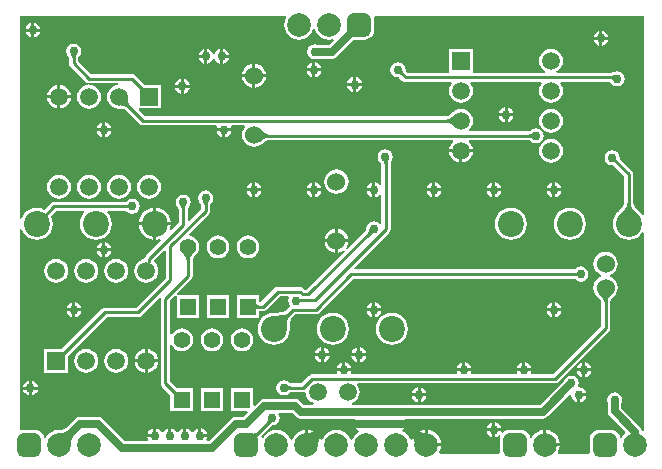
<source format=gbl>
G04*
G04 #@! TF.GenerationSoftware,Altium Limited,Altium Designer,19.0.10 (269)*
G04*
G04 Layer_Physical_Order=2*
G04 Layer_Color=16711680*
%FSLAX25Y25*%
%MOIN*%
G70*
G01*
G75*
%ADD11C,0.01000*%
%ADD41C,0.02500*%
%ADD42C,0.08661*%
%ADD43R,0.05543X0.05543*%
%ADD44C,0.05543*%
%ADD45C,0.05906*%
%ADD46C,0.07874*%
G04:AMPARAMS|DCode=47|XSize=78.74mil|YSize=78.74mil|CornerRadius=19.68mil|HoleSize=0mil|Usage=FLASHONLY|Rotation=0.000|XOffset=0mil|YOffset=0mil|HoleType=Round|Shape=RoundedRectangle|*
%AMROUNDEDRECTD47*
21,1,0.07874,0.03937,0,0,0.0*
21,1,0.03937,0.07874,0,0,0.0*
1,1,0.03937,0.01968,-0.01968*
1,1,0.03937,-0.01968,-0.01968*
1,1,0.03937,-0.01968,0.01968*
1,1,0.03937,0.01968,0.01968*
%
%ADD47ROUNDEDRECTD47*%
%ADD48C,0.06000*%
%ADD49R,0.05906X0.05906*%
%ADD50R,0.05906X0.05906*%
%ADD51C,0.03000*%
G36*
X210000Y-68452D02*
X209500Y-68593D01*
X208737Y-67598D01*
X208579Y-67477D01*
X208227Y-67122D01*
X207455Y-66264D01*
X207162Y-65895D01*
X206918Y-65551D01*
X206729Y-65245D01*
X206594Y-64980D01*
X206509Y-64764D01*
X206468Y-64604D01*
X206464Y-64561D01*
Y-54935D01*
X206348Y-54350D01*
X206016Y-53854D01*
X201885Y-49722D01*
X201949Y-49400D01*
X201755Y-48425D01*
X201202Y-47598D01*
X200376Y-47045D01*
X199400Y-46851D01*
X198424Y-47045D01*
X197598Y-47598D01*
X197045Y-48425D01*
X196851Y-49400D01*
X197045Y-50375D01*
X197598Y-51202D01*
X198424Y-51755D01*
X199400Y-51949D01*
X199722Y-51885D01*
X203406Y-55568D01*
Y-64561D01*
X203402Y-64604D01*
X203361Y-64764D01*
X203276Y-64980D01*
X203141Y-65245D01*
X202952Y-65551D01*
X202721Y-65877D01*
X201636Y-67129D01*
X201291Y-67477D01*
X201133Y-67598D01*
X200279Y-68712D01*
X199741Y-70008D01*
X199558Y-71400D01*
X199741Y-72792D01*
X200279Y-74088D01*
X201133Y-75202D01*
X202247Y-76056D01*
X203543Y-76594D01*
X204935Y-76777D01*
X206327Y-76594D01*
X207623Y-76056D01*
X208737Y-75202D01*
X209500Y-74208D01*
X210000Y-74348D01*
Y-140245D01*
X209507Y-140532D01*
X209234Y-140397D01*
X209120Y-139822D01*
X208622Y-139078D01*
X202494Y-132950D01*
Y-131167D01*
X202555Y-131076D01*
X202749Y-130100D01*
X202555Y-129124D01*
X202002Y-128298D01*
X201175Y-127745D01*
X200200Y-127551D01*
X199224Y-127745D01*
X198398Y-128298D01*
X197845Y-129124D01*
X197651Y-130100D01*
X197845Y-131076D01*
X197906Y-131167D01*
Y-133900D01*
X198081Y-134778D01*
X198578Y-135522D01*
X203808Y-140752D01*
X203775Y-141251D01*
X203479Y-141479D01*
X202688Y-142510D01*
X202526Y-142900D01*
X202449Y-142915D01*
X201895Y-142518D01*
X201861Y-142256D01*
X201561Y-141534D01*
X201086Y-140914D01*
X200466Y-140438D01*
X199743Y-140139D01*
X198969Y-140037D01*
X195031D01*
X194256Y-140139D01*
X193534Y-140438D01*
X192914Y-140914D01*
X192438Y-141534D01*
X192139Y-142256D01*
X192037Y-143032D01*
Y-146968D01*
X192107Y-147500D01*
X191754Y-148000D01*
X181486D01*
X181265Y-147552D01*
X181313Y-147490D01*
X181810Y-146289D01*
X181914Y-145500D01*
X177000D01*
Y-145000D01*
X176500D01*
Y-140086D01*
X175711Y-140190D01*
X174510Y-140688D01*
X173479Y-141479D01*
X172687Y-142510D01*
X172526Y-142900D01*
X172449Y-142915D01*
X171895Y-142518D01*
X171861Y-142256D01*
X171562Y-141534D01*
X171086Y-140914D01*
X170466Y-140438D01*
X169744Y-140139D01*
X168968Y-140037D01*
X165032D01*
X164257Y-140139D01*
X163534Y-140438D01*
X162914Y-140914D01*
X162864Y-140980D01*
X162396Y-140768D01*
X162450Y-140500D01*
X160500D01*
Y-142449D01*
X160976Y-142355D01*
X161780Y-141817D01*
X161817Y-141825D01*
X162183Y-142152D01*
X162139Y-142256D01*
X162037Y-143032D01*
Y-146968D01*
X162107Y-147500D01*
X161754Y-148000D01*
X141986D01*
X141765Y-147552D01*
X141813Y-147490D01*
X142310Y-146289D01*
X142414Y-145500D01*
X137500D01*
Y-145000D01*
X137000D01*
Y-141524D01*
X133563Y-144961D01*
X133554Y-144547D01*
X133520Y-144150D01*
X133459Y-143770D01*
X133372Y-143407D01*
X133259Y-143060D01*
X133121Y-142729D01*
X133107Y-142704D01*
X132771Y-143517D01*
X132229D01*
X131813Y-142510D01*
X131021Y-141479D01*
X129990Y-140688D01*
X129546Y-140504D01*
X129497Y-140006D01*
X129802Y-139802D01*
X130355Y-138976D01*
X130449Y-138500D01*
X128000D01*
Y-137500D01*
X130449D01*
X130355Y-137024D01*
X130161Y-136735D01*
X130397Y-136294D01*
X176250D01*
X177128Y-136119D01*
X177872Y-135622D01*
X185187Y-128307D01*
X185681Y-128520D01*
X185843Y-129330D01*
X186395Y-130157D01*
X187222Y-130710D01*
X187698Y-130805D01*
Y-128355D01*
X188198D01*
Y-127855D01*
X190647D01*
X190552Y-127380D01*
X190000Y-126552D01*
X189173Y-126000D01*
X188444Y-125855D01*
X188159Y-125578D01*
X188116Y-125319D01*
X188274Y-124525D01*
X188080Y-123549D01*
X187527Y-122723D01*
X186700Y-122170D01*
X185725Y-121976D01*
X184749Y-122170D01*
X183923Y-122723D01*
X183370Y-123549D01*
X183349Y-123657D01*
X175300Y-131706D01*
X112732D01*
X112632Y-131206D01*
X113243Y-130953D01*
X114069Y-130319D01*
X114703Y-129494D01*
X115101Y-128532D01*
X115237Y-127500D01*
X115101Y-126468D01*
X114703Y-125507D01*
X114372Y-125076D01*
X114619Y-124576D01*
X180353D01*
X180938Y-124460D01*
X181434Y-124128D01*
X198281Y-107281D01*
X198613Y-106785D01*
X198729Y-106200D01*
Y-97317D01*
X198749Y-97227D01*
X198793Y-97096D01*
X198866Y-96936D01*
X198971Y-96749D01*
X199110Y-96538D01*
X199277Y-96316D01*
X199744Y-95782D01*
X199965Y-95557D01*
X200053Y-95490D01*
X200694Y-94654D01*
X201097Y-93681D01*
X201235Y-92637D01*
X201097Y-91593D01*
X200694Y-90620D01*
X200053Y-89784D01*
X199217Y-89143D01*
X198801Y-88971D01*
Y-88429D01*
X199217Y-88257D01*
X200053Y-87616D01*
X200694Y-86780D01*
X201097Y-85807D01*
X201235Y-84763D01*
X201097Y-83719D01*
X200694Y-82746D01*
X200053Y-81910D01*
X199217Y-81269D01*
X198244Y-80866D01*
X197200Y-80729D01*
X196156Y-80866D01*
X195183Y-81269D01*
X194347Y-81910D01*
X193706Y-82746D01*
X193303Y-83719D01*
X193166Y-84763D01*
X193303Y-85807D01*
X193706Y-86780D01*
X194347Y-87616D01*
X195183Y-88257D01*
X195599Y-88429D01*
Y-88971D01*
X195183Y-89143D01*
X194347Y-89784D01*
X193706Y-90620D01*
X193303Y-91593D01*
X193166Y-92637D01*
X193303Y-93681D01*
X193706Y-94654D01*
X194347Y-95490D01*
X194435Y-95557D01*
X194656Y-95782D01*
X195123Y-96316D01*
X195290Y-96538D01*
X195429Y-96749D01*
X195534Y-96936D01*
X195607Y-97096D01*
X195651Y-97227D01*
X195671Y-97317D01*
Y-105567D01*
X179719Y-121518D01*
X172523D01*
X172287Y-121077D01*
X172355Y-120975D01*
X172450Y-120500D01*
X167551D01*
X167645Y-120975D01*
X167713Y-121077D01*
X167477Y-121518D01*
X152523D01*
X152287Y-121077D01*
X152355Y-120975D01*
X152450Y-120500D01*
X147550D01*
X147645Y-120975D01*
X147713Y-121077D01*
X147477Y-121518D01*
X112523D01*
X112287Y-121077D01*
X112355Y-120975D01*
X112450Y-120500D01*
X107551D01*
X107645Y-120975D01*
X107713Y-121077D01*
X107477Y-121518D01*
X99406D01*
X98821Y-121634D01*
X98324Y-121966D01*
X95819Y-124471D01*
X92203D01*
X92156Y-124461D01*
X92110Y-124447D01*
X92064Y-124429D01*
X92017Y-124406D01*
X91968Y-124376D01*
X91915Y-124339D01*
X91874Y-124305D01*
X91802Y-124198D01*
X90975Y-123645D01*
X90000Y-123451D01*
X89025Y-123645D01*
X88198Y-124198D01*
X87645Y-125024D01*
X87451Y-126000D01*
X87645Y-126976D01*
X88198Y-127802D01*
X89025Y-128355D01*
X90000Y-128549D01*
X90975Y-128355D01*
X91802Y-127802D01*
X91874Y-127695D01*
X91915Y-127661D01*
X91968Y-127624D01*
X92017Y-127594D01*
X92064Y-127571D01*
X92110Y-127553D01*
X92156Y-127539D01*
X92203Y-127529D01*
X96453D01*
X96776Y-127465D01*
X96804Y-127467D01*
X97268Y-127770D01*
X97307Y-127831D01*
X97399Y-128532D01*
X97797Y-129493D01*
X98431Y-130319D01*
X99257Y-130953D01*
X99868Y-131206D01*
X99769Y-131706D01*
X96550D01*
X95222Y-130378D01*
X94478Y-129880D01*
X93600Y-129706D01*
X83500D01*
X82622Y-129880D01*
X81878Y-130378D01*
X80234Y-132022D01*
X79772Y-131831D01*
Y-126228D01*
X72228D01*
Y-133772D01*
X77831D01*
X78022Y-134234D01*
X76550Y-135706D01*
X74000D01*
X73122Y-135880D01*
X72378Y-136378D01*
X65050Y-143706D01*
X64397D01*
X64161Y-143265D01*
X64355Y-142975D01*
X64450Y-142500D01*
X62000D01*
Y-142000D01*
X61500D01*
Y-139550D01*
X61024Y-139645D01*
X60198Y-140198D01*
X59785Y-140816D01*
X59215D01*
X58802Y-140198D01*
X57976Y-139645D01*
X57500Y-139550D01*
Y-142000D01*
X56500D01*
Y-139550D01*
X56024Y-139645D01*
X55198Y-140198D01*
X54785Y-140816D01*
X54216D01*
X53802Y-140198D01*
X52975Y-139645D01*
X52500Y-139550D01*
Y-142000D01*
X51500D01*
Y-139550D01*
X51025Y-139645D01*
X50198Y-140198D01*
X49745Y-140875D01*
X49696Y-140891D01*
X49239D01*
X49190Y-140875D01*
X48737Y-140198D01*
X47910Y-139645D01*
X47435Y-139550D01*
Y-142000D01*
X46935D01*
Y-142500D01*
X44486D01*
X44580Y-142975D01*
X44774Y-143265D01*
X44538Y-143706D01*
X36950D01*
X29622Y-136378D01*
X28878Y-135880D01*
X28000Y-135706D01*
X22000D01*
X21122Y-135880D01*
X20378Y-136378D01*
X17429Y-139327D01*
X17294Y-139431D01*
X17071Y-139574D01*
X16836Y-139698D01*
X16585Y-139803D01*
X16317Y-139890D01*
X16031Y-139958D01*
X15724Y-140007D01*
X15397Y-140036D01*
X15156Y-140041D01*
X15000Y-140020D01*
X13711Y-140190D01*
X12510Y-140688D01*
X11479Y-141479D01*
X10688Y-142510D01*
X10526Y-142900D01*
X10448Y-142915D01*
X9895Y-142518D01*
X9861Y-142256D01*
X9561Y-141534D01*
X9086Y-140914D01*
X8466Y-140438D01*
X7743Y-140139D01*
X6968Y-140037D01*
X3032D01*
X2500Y-140107D01*
X2000Y-139754D01*
Y-73201D01*
X2500Y-73102D01*
X2909Y-74088D01*
X3763Y-75202D01*
X4877Y-76056D01*
X6173Y-76594D01*
X7565Y-76777D01*
X8957Y-76594D01*
X10253Y-76056D01*
X11367Y-75202D01*
X12221Y-74088D01*
X12758Y-72792D01*
X12942Y-71400D01*
X12758Y-70008D01*
X12278Y-68849D01*
X14029Y-67099D01*
X23321D01*
X23482Y-67572D01*
X23448Y-67598D01*
X22594Y-68712D01*
X22057Y-70008D01*
X21873Y-71400D01*
X22057Y-72792D01*
X22594Y-74088D01*
X23448Y-75202D01*
X24562Y-76056D01*
X25858Y-76594D01*
X27250Y-76777D01*
X28642Y-76594D01*
X29938Y-76056D01*
X31052Y-75202D01*
X31906Y-74088D01*
X32443Y-72792D01*
X32627Y-71400D01*
X32443Y-70008D01*
X31906Y-68712D01*
X31052Y-67598D01*
X31018Y-67572D01*
X31179Y-67099D01*
X37385D01*
X37567Y-67372D01*
X38394Y-67924D01*
X39369Y-68118D01*
X40345Y-67924D01*
X41172Y-67372D01*
X41724Y-66545D01*
X41918Y-65569D01*
X41724Y-64594D01*
X41172Y-63767D01*
X40345Y-63214D01*
X39369Y-63020D01*
X38394Y-63214D01*
X37567Y-63767D01*
X37385Y-64040D01*
X13396D01*
X12810Y-64156D01*
X12314Y-64488D01*
X10115Y-66686D01*
X8957Y-66207D01*
X7565Y-66023D01*
X6173Y-66207D01*
X4877Y-66744D01*
X3763Y-67598D01*
X2909Y-68712D01*
X2500Y-69698D01*
X2000Y-69599D01*
Y-2000D01*
X90514D01*
X90735Y-2448D01*
X90688Y-2510D01*
X90190Y-3711D01*
X90020Y-5000D01*
X90190Y-6289D01*
X90688Y-7490D01*
X91479Y-8521D01*
X92510Y-9313D01*
X93711Y-9810D01*
X95000Y-9980D01*
X96289Y-9810D01*
X97490Y-9313D01*
X98521Y-8521D01*
X99313Y-7490D01*
X99729Y-6483D01*
X100271D01*
X100688Y-7490D01*
X101479Y-8521D01*
X102510Y-9313D01*
X103711Y-9810D01*
X105000Y-9980D01*
X106231Y-9817D01*
X106428Y-10019D01*
X106552Y-10204D01*
X105050Y-11706D01*
X101267D01*
X101175Y-11645D01*
X100200Y-11451D01*
X99225Y-11645D01*
X98398Y-12198D01*
X97845Y-13025D01*
X97651Y-14000D01*
X97845Y-14976D01*
X98398Y-15802D01*
X99225Y-16355D01*
X100200Y-16549D01*
X101175Y-16355D01*
X101267Y-16294D01*
X106000D01*
X106878Y-16119D01*
X107622Y-15622D01*
X113282Y-9963D01*
X116969D01*
X117744Y-9861D01*
X118466Y-9561D01*
X119086Y-9086D01*
X119562Y-8466D01*
X119861Y-7743D01*
X119963Y-6968D01*
Y-3032D01*
X119893Y-2500D01*
X120246Y-2000D01*
X210000D01*
Y-68452D01*
D02*
G37*
G36*
X205460Y-64777D02*
X205536Y-65077D01*
X205663Y-65399D01*
X205840Y-65746D01*
X206068Y-66115D01*
X206346Y-66507D01*
X206676Y-66922D01*
X207486Y-67822D01*
X207966Y-68307D01*
X201904D01*
X202384Y-67822D01*
X203524Y-66507D01*
X203802Y-66115D01*
X204030Y-65746D01*
X204207Y-65399D01*
X204334Y-65077D01*
X204410Y-64777D01*
X204435Y-64500D01*
X205435D01*
X205460Y-64777D01*
D02*
G37*
G36*
X198996Y-95088D02*
X198484Y-95674D01*
X198276Y-95951D01*
X198100Y-96218D01*
X197956Y-96474D01*
X197844Y-96720D01*
X197764Y-96955D01*
X197716Y-97180D01*
X197700Y-97395D01*
X196700D01*
X196684Y-97180D01*
X196636Y-96955D01*
X196556Y-96720D01*
X196444Y-96474D01*
X196300Y-96218D01*
X196124Y-95951D01*
X195916Y-95674D01*
X195404Y-95088D01*
X195100Y-94779D01*
X199300D01*
X198996Y-95088D01*
D02*
G37*
G36*
X91181Y-125055D02*
X91293Y-125148D01*
X91409Y-125231D01*
X91529Y-125302D01*
X91651Y-125363D01*
X91777Y-125412D01*
X91907Y-125451D01*
X92039Y-125478D01*
X92175Y-125495D01*
X92314Y-125500D01*
Y-126500D01*
X92175Y-126505D01*
X92039Y-126522D01*
X91907Y-126549D01*
X91777Y-126588D01*
X91651Y-126637D01*
X91529Y-126698D01*
X91409Y-126769D01*
X91293Y-126852D01*
X91181Y-126945D01*
X91071Y-127050D01*
Y-124950D01*
X91181Y-125055D01*
D02*
G37*
G36*
X86339Y-137461D02*
X86187Y-137500D01*
X85903Y-137595D01*
X85769Y-137651D01*
X85642Y-137714D01*
X85520Y-137782D01*
X85405Y-137855D01*
X85296Y-137935D01*
X85192Y-138021D01*
X85095Y-138112D01*
X84205Y-137588D01*
X84301Y-137483D01*
X84384Y-137374D01*
X84453Y-137261D01*
X84508Y-137144D01*
X84549Y-137024D01*
X84576Y-136900D01*
X84590Y-136773D01*
X84589Y-136641D01*
X84574Y-136507D01*
X84546Y-136368D01*
X86339Y-137461D01*
D02*
G37*
G36*
X81878Y-141329D02*
X81718Y-141496D01*
X81470Y-141800D01*
X81382Y-141936D01*
X81319Y-142062D01*
X81280Y-142178D01*
X81265Y-142284D01*
X81274Y-142379D01*
X81307Y-142464D01*
X81365Y-142539D01*
X79961Y-141135D01*
X80036Y-141193D01*
X80121Y-141226D01*
X80216Y-141235D01*
X80322Y-141220D01*
X80438Y-141181D01*
X80564Y-141118D01*
X80700Y-141030D01*
X80847Y-140918D01*
X81004Y-140782D01*
X81171Y-140622D01*
X81878Y-141329D01*
D02*
G37*
G36*
X93978Y-135622D02*
X94722Y-136119D01*
X95600Y-136294D01*
X113603D01*
X113839Y-136735D01*
X113645Y-137024D01*
X113550Y-137500D01*
X116000D01*
Y-138500D01*
X113550D01*
X113645Y-138976D01*
X114198Y-139802D01*
X114826Y-140223D01*
X114866Y-140322D01*
X114870Y-140779D01*
X114862Y-140802D01*
X113979Y-141479D01*
X113188Y-142510D01*
X112771Y-143517D01*
X112229D01*
X111812Y-142510D01*
X111021Y-141479D01*
X109990Y-140688D01*
X108789Y-140190D01*
X107500Y-140020D01*
X106211Y-140190D01*
X105010Y-140688D01*
X103979Y-141479D01*
X103188Y-142510D01*
X102771Y-143517D01*
X102229D01*
X101893Y-142704D01*
X101879Y-142729D01*
X101741Y-143060D01*
X101628Y-143407D01*
X101541Y-143770D01*
X101480Y-144150D01*
X101446Y-144547D01*
X101437Y-144961D01*
X98000Y-141524D01*
Y-145000D01*
X97000D01*
Y-140086D01*
X96211Y-140190D01*
X95010Y-140688D01*
X93979Y-141479D01*
X93187Y-142510D01*
X92771Y-143517D01*
X92229D01*
X91812Y-142510D01*
X91021Y-141479D01*
X89990Y-140688D01*
X88789Y-140190D01*
X87500Y-140020D01*
X86211Y-140190D01*
X85010Y-140688D01*
X83979Y-141479D01*
X83188Y-142510D01*
X83026Y-142900D01*
X82948Y-142915D01*
X82395Y-142518D01*
X82368Y-142312D01*
X82445Y-142218D01*
X85924Y-138739D01*
X85981Y-138698D01*
X86045Y-138656D01*
X86115Y-138617D01*
X86191Y-138580D01*
X86263Y-138550D01*
X86476Y-138479D01*
X86592Y-138449D01*
X86655Y-138419D01*
X86976Y-138355D01*
X87802Y-137802D01*
X88355Y-136976D01*
X88549Y-136000D01*
X88355Y-135024D01*
X88161Y-134735D01*
X88397Y-134294D01*
X92650D01*
X93978Y-135622D01*
D02*
G37*
G36*
X20194Y-141574D02*
X19951Y-141838D01*
X19735Y-142118D01*
X19544Y-142415D01*
X19379Y-142729D01*
X19241Y-143060D01*
X19128Y-143407D01*
X19041Y-143770D01*
X18980Y-144150D01*
X18946Y-144547D01*
X18937Y-144961D01*
X15039Y-141063D01*
X15453Y-141054D01*
X15850Y-141020D01*
X16230Y-140959D01*
X16593Y-140872D01*
X16940Y-140759D01*
X17271Y-140621D01*
X17585Y-140456D01*
X17882Y-140265D01*
X18162Y-140049D01*
X18426Y-139806D01*
X20194Y-141574D01*
D02*
G37*
%LPC*%
G36*
X6802Y-4353D02*
Y-6302D01*
X8752D01*
X8657Y-5827D01*
X8105Y-5000D01*
X7278Y-4447D01*
X6802Y-4353D01*
D02*
G37*
G36*
X5802D02*
X5327Y-4447D01*
X4500Y-5000D01*
X3947Y-5827D01*
X3853Y-6302D01*
X5802D01*
Y-4353D01*
D02*
G37*
G36*
X196168Y-7112D02*
Y-9061D01*
X198117D01*
X198023Y-8586D01*
X197470Y-7759D01*
X196643Y-7207D01*
X196168Y-7112D01*
D02*
G37*
G36*
X195168D02*
X194693Y-7207D01*
X193866Y-7759D01*
X193313Y-8586D01*
X193218Y-9061D01*
X195168D01*
Y-7112D01*
D02*
G37*
G36*
X8752Y-7302D02*
X6802D01*
Y-9252D01*
X7278Y-9157D01*
X8105Y-8605D01*
X8657Y-7778D01*
X8752Y-7302D01*
D02*
G37*
G36*
X5802D02*
X3853D01*
X3947Y-7778D01*
X4500Y-8605D01*
X5327Y-9157D01*
X5802Y-9252D01*
Y-7302D01*
D02*
G37*
G36*
X198117Y-10062D02*
X196168D01*
Y-12011D01*
X196643Y-11916D01*
X197470Y-11364D01*
X198023Y-10537D01*
X198117Y-10062D01*
D02*
G37*
G36*
X195168D02*
X193218D01*
X193313Y-10537D01*
X193866Y-11364D01*
X194693Y-11916D01*
X195168Y-12011D01*
Y-10062D01*
D02*
G37*
G36*
X68700Y-13150D02*
X68225Y-13245D01*
X67398Y-13798D01*
X66860Y-14602D01*
X66701Y-14625D01*
X66499D01*
X66340Y-14602D01*
X65802Y-13798D01*
X64976Y-13245D01*
X64500Y-13150D01*
Y-15600D01*
Y-18049D01*
X64976Y-17955D01*
X65802Y-17402D01*
X66340Y-16598D01*
X66499Y-16576D01*
X66701D01*
X66860Y-16598D01*
X67398Y-17402D01*
X68225Y-17955D01*
X68700Y-18049D01*
Y-15600D01*
Y-13150D01*
D02*
G37*
G36*
X69700D02*
Y-15100D01*
X71649D01*
X71555Y-14625D01*
X71002Y-13798D01*
X70175Y-13245D01*
X69700Y-13150D01*
D02*
G37*
G36*
X63500D02*
X63024Y-13245D01*
X62198Y-13798D01*
X61645Y-14625D01*
X61550Y-15100D01*
X63500D01*
Y-13150D01*
D02*
G37*
G36*
X71649Y-16100D02*
X69700D01*
Y-18049D01*
X70175Y-17955D01*
X71002Y-17402D01*
X71555Y-16576D01*
X71649Y-16100D01*
D02*
G37*
G36*
X63500D02*
X61550D01*
X61645Y-16576D01*
X62198Y-17402D01*
X63024Y-17955D01*
X63500Y-18049D01*
Y-16100D01*
D02*
G37*
G36*
X100500Y-17550D02*
Y-19500D01*
X102450D01*
X102355Y-19025D01*
X101802Y-18198D01*
X100976Y-17645D01*
X100500Y-17550D01*
D02*
G37*
G36*
X99500D02*
X99024Y-17645D01*
X98198Y-18198D01*
X97645Y-19025D01*
X97550Y-19500D01*
X99500D01*
Y-17550D01*
D02*
G37*
G36*
X179000Y-13013D02*
X177968Y-13149D01*
X177007Y-13547D01*
X176181Y-14181D01*
X175547Y-15007D01*
X175149Y-15968D01*
X175013Y-17000D01*
X175149Y-18032D01*
X175547Y-18993D01*
X176181Y-19819D01*
X177007Y-20453D01*
X177164Y-20518D01*
X177064Y-21018D01*
X153426D01*
X152953Y-20953D01*
X152953Y-20518D01*
Y-13047D01*
X145047D01*
X145047Y-20953D01*
X144574Y-21018D01*
X131181D01*
X130639Y-20476D01*
X130613Y-20437D01*
X130590Y-20394D01*
X130570Y-20349D01*
X130553Y-20299D01*
X130540Y-20243D01*
X130529Y-20180D01*
X130524Y-20127D01*
X130549Y-20000D01*
X130355Y-19025D01*
X129802Y-18198D01*
X128975Y-17645D01*
X128000Y-17451D01*
X127024Y-17645D01*
X126198Y-18198D01*
X125645Y-19025D01*
X125451Y-20000D01*
X125645Y-20976D01*
X126198Y-21802D01*
X127024Y-22355D01*
X128000Y-22549D01*
X128127Y-22524D01*
X128180Y-22529D01*
X128243Y-22539D01*
X128299Y-22554D01*
X128349Y-22570D01*
X128394Y-22590D01*
X128436Y-22613D01*
X128476Y-22639D01*
X129466Y-23629D01*
X129962Y-23960D01*
X130547Y-24077D01*
X145631D01*
X145877Y-24577D01*
X145547Y-25007D01*
X145149Y-25968D01*
X145013Y-27000D01*
X145149Y-28032D01*
X145547Y-28993D01*
X146181Y-29819D01*
X147007Y-30453D01*
X147968Y-30851D01*
X149000Y-30987D01*
X150032Y-30851D01*
X150993Y-30453D01*
X151819Y-29819D01*
X152453Y-28993D01*
X152851Y-28032D01*
X152987Y-27000D01*
X152851Y-25968D01*
X152453Y-25007D01*
X152123Y-24577D01*
X152369Y-24077D01*
X175631D01*
X175877Y-24577D01*
X175547Y-25007D01*
X175149Y-25968D01*
X175013Y-27000D01*
X175149Y-28032D01*
X175547Y-28993D01*
X176181Y-29819D01*
X177007Y-30453D01*
X177968Y-30851D01*
X179000Y-30987D01*
X180032Y-30851D01*
X180993Y-30453D01*
X181819Y-29819D01*
X182453Y-28993D01*
X182851Y-28032D01*
X182987Y-27000D01*
X182851Y-25968D01*
X182453Y-25007D01*
X182123Y-24577D01*
X182369Y-24077D01*
X198694D01*
X198707Y-24080D01*
X198714Y-24083D01*
X198714Y-24083D01*
X198721Y-24090D01*
X198732Y-24106D01*
X198734Y-24108D01*
X198775Y-24182D01*
X198808Y-24219D01*
X199198Y-24802D01*
X200025Y-25355D01*
X201000Y-25549D01*
X201975Y-25355D01*
X202802Y-24802D01*
X203355Y-23976D01*
X203549Y-23000D01*
X203355Y-22025D01*
X202802Y-21198D01*
X201975Y-20645D01*
X201000Y-20451D01*
X200025Y-20645D01*
X199849Y-20762D01*
X199835Y-20766D01*
X199724Y-20822D01*
X199508Y-20915D01*
X199439Y-20940D01*
X199240Y-20994D01*
X199171Y-21008D01*
X199098Y-21018D01*
X180936D01*
X180836Y-20518D01*
X180993Y-20453D01*
X181819Y-19819D01*
X182453Y-18993D01*
X182851Y-18032D01*
X182987Y-17000D01*
X182851Y-15968D01*
X182453Y-15007D01*
X181819Y-14181D01*
X180993Y-13547D01*
X180032Y-13149D01*
X179000Y-13013D01*
D02*
G37*
G36*
X80500Y-18031D02*
Y-21500D01*
X83969D01*
X83897Y-20956D01*
X83494Y-19983D01*
X82853Y-19147D01*
X82017Y-18506D01*
X81044Y-18103D01*
X80500Y-18031D01*
D02*
G37*
G36*
X79500D02*
X78956Y-18103D01*
X77983Y-18506D01*
X77147Y-19147D01*
X76506Y-19983D01*
X76103Y-20956D01*
X76031Y-21500D01*
X79500D01*
Y-18031D01*
D02*
G37*
G36*
X102450Y-20500D02*
X100500D01*
Y-22449D01*
X100976Y-22355D01*
X101802Y-21802D01*
X102355Y-20976D01*
X102450Y-20500D01*
D02*
G37*
G36*
X99500D02*
X97550D01*
X97645Y-20976D01*
X98198Y-21802D01*
X99024Y-22355D01*
X99500Y-22449D01*
Y-20500D01*
D02*
G37*
G36*
X114015Y-22527D02*
Y-24477D01*
X115965D01*
X115870Y-24002D01*
X115318Y-23175D01*
X114491Y-22622D01*
X114015Y-22527D01*
D02*
G37*
G36*
X113015D02*
X112540Y-22622D01*
X111713Y-23175D01*
X111161Y-24002D01*
X111066Y-24477D01*
X113015D01*
Y-22527D01*
D02*
G37*
G36*
X56563Y-23098D02*
Y-25047D01*
X58513D01*
X58418Y-24572D01*
X57865Y-23745D01*
X57038Y-23192D01*
X56563Y-23098D01*
D02*
G37*
G36*
X55563D02*
X55088Y-23192D01*
X54261Y-23745D01*
X53708Y-24572D01*
X53614Y-25047D01*
X55563D01*
Y-23098D01*
D02*
G37*
G36*
X83969Y-22500D02*
X80500D01*
Y-25969D01*
X81044Y-25897D01*
X82017Y-25494D01*
X82853Y-24853D01*
X83494Y-24017D01*
X83897Y-23044D01*
X83969Y-22500D01*
D02*
G37*
G36*
X79500D02*
X76031D01*
X76103Y-23044D01*
X76506Y-24017D01*
X77147Y-24853D01*
X77983Y-25494D01*
X78956Y-25897D01*
X79500Y-25969D01*
Y-22500D01*
D02*
G37*
G36*
X115965Y-25477D02*
X114015D01*
Y-27426D01*
X114491Y-27332D01*
X115318Y-26779D01*
X115870Y-25952D01*
X115965Y-25477D01*
D02*
G37*
G36*
X113015D02*
X111066D01*
X111161Y-25952D01*
X111713Y-26779D01*
X112540Y-27332D01*
X113015Y-27426D01*
Y-25477D01*
D02*
G37*
G36*
X58513Y-26047D02*
X56563D01*
Y-27997D01*
X57038Y-27902D01*
X57865Y-27350D01*
X58418Y-26523D01*
X58513Y-26047D01*
D02*
G37*
G36*
X55563D02*
X53614D01*
X53708Y-26523D01*
X54261Y-27350D01*
X55088Y-27902D01*
X55563Y-27997D01*
Y-26047D01*
D02*
G37*
G36*
X15500Y-25079D02*
Y-28500D01*
X18921D01*
X18851Y-27968D01*
X18453Y-27007D01*
X17819Y-26181D01*
X16993Y-25547D01*
X16032Y-25149D01*
X15500Y-25079D01*
D02*
G37*
G36*
X14500D02*
X13968Y-25149D01*
X13007Y-25547D01*
X12181Y-26181D01*
X11547Y-27007D01*
X11149Y-27968D01*
X11079Y-28500D01*
X14500D01*
Y-25079D01*
D02*
G37*
G36*
X18921Y-29500D02*
X15500D01*
Y-32921D01*
X16032Y-32851D01*
X16993Y-32453D01*
X17819Y-31819D01*
X18453Y-30993D01*
X18851Y-30032D01*
X18921Y-29500D01*
D02*
G37*
G36*
X14500D02*
X11079D01*
X11149Y-30032D01*
X11547Y-30993D01*
X12181Y-31819D01*
X13007Y-32453D01*
X13968Y-32851D01*
X14500Y-32921D01*
Y-29500D01*
D02*
G37*
G36*
X164536Y-32550D02*
Y-34500D01*
X166485D01*
X166391Y-34025D01*
X165838Y-33198D01*
X165011Y-32645D01*
X164536Y-32550D01*
D02*
G37*
G36*
X163536D02*
X163060Y-32645D01*
X162233Y-33198D01*
X161681Y-34025D01*
X161586Y-34500D01*
X163536D01*
Y-32550D01*
D02*
G37*
G36*
X166485Y-35500D02*
X164536D01*
Y-37449D01*
X165011Y-37355D01*
X165838Y-36802D01*
X166391Y-35976D01*
X166485Y-35500D01*
D02*
G37*
G36*
X163536D02*
X161586D01*
X161681Y-35976D01*
X162233Y-36802D01*
X163060Y-37355D01*
X163536Y-37449D01*
Y-35500D01*
D02*
G37*
G36*
X30500Y-37551D02*
Y-39500D01*
X32449D01*
X32355Y-39024D01*
X31802Y-38198D01*
X30975Y-37645D01*
X30500Y-37551D01*
D02*
G37*
G36*
X29500D02*
X29024Y-37645D01*
X28198Y-38198D01*
X27645Y-39024D01*
X27551Y-39500D01*
X29500D01*
Y-37551D01*
D02*
G37*
G36*
X179000Y-33013D02*
X177968Y-33149D01*
X177007Y-33547D01*
X176181Y-34181D01*
X175547Y-35007D01*
X175149Y-35968D01*
X175013Y-37000D01*
X175149Y-38032D01*
X175547Y-38993D01*
X176181Y-39819D01*
X177007Y-40453D01*
X177968Y-40851D01*
X179000Y-40987D01*
X180032Y-40851D01*
X180993Y-40453D01*
X181819Y-39819D01*
X182453Y-38993D01*
X182851Y-38032D01*
X182987Y-37000D01*
X182851Y-35968D01*
X182453Y-35007D01*
X181819Y-34181D01*
X180993Y-33547D01*
X180032Y-33149D01*
X179000Y-33013D01*
D02*
G37*
G36*
X72449Y-40500D02*
X70500D01*
Y-42450D01*
X70976Y-42355D01*
X71802Y-41802D01*
X72355Y-40975D01*
X72449Y-40500D01*
D02*
G37*
G36*
X69500D02*
X67550D01*
X67645Y-40975D01*
X68198Y-41802D01*
X69024Y-42355D01*
X69500Y-42450D01*
Y-40500D01*
D02*
G37*
G36*
X32449D02*
X30500D01*
Y-42450D01*
X30975Y-42355D01*
X31802Y-41802D01*
X32355Y-40975D01*
X32449Y-40500D01*
D02*
G37*
G36*
X29500D02*
X27551D01*
X27645Y-40975D01*
X28198Y-41802D01*
X29024Y-42355D01*
X29500Y-42450D01*
Y-40500D01*
D02*
G37*
G36*
X19900Y-11351D02*
X18925Y-11545D01*
X18098Y-12098D01*
X17545Y-12924D01*
X17351Y-13900D01*
X17545Y-14875D01*
X18098Y-15702D01*
X18205Y-15774D01*
X18239Y-15815D01*
X18276Y-15868D01*
X18306Y-15917D01*
X18329Y-15964D01*
X18347Y-16010D01*
X18361Y-16056D01*
X18371Y-16103D01*
Y-17900D01*
X18487Y-18485D01*
X18819Y-18981D01*
X23919Y-24081D01*
X24415Y-24413D01*
X25000Y-24529D01*
X25002Y-24535D01*
X24830Y-25036D01*
X24646Y-25060D01*
X23968Y-25149D01*
X23007Y-25547D01*
X22181Y-26181D01*
X21547Y-27007D01*
X21149Y-27968D01*
X21013Y-29000D01*
X21149Y-30032D01*
X21547Y-30993D01*
X22181Y-31819D01*
X23007Y-32453D01*
X23968Y-32851D01*
X25000Y-32987D01*
X26032Y-32851D01*
X26993Y-32453D01*
X27819Y-31819D01*
X28453Y-30993D01*
X28851Y-30032D01*
X28987Y-29000D01*
X28851Y-27968D01*
X28453Y-27007D01*
X27819Y-26181D01*
X26993Y-25547D01*
X26032Y-25149D01*
X25480Y-25076D01*
X25198Y-25039D01*
X25133Y-24879D01*
X25153Y-24574D01*
X25487Y-24529D01*
X25156Y-24529D01*
Y-24529D01*
X25512Y-24529D01*
X34655D01*
X34682Y-24551D01*
X34664Y-24808D01*
X34536Y-25074D01*
X33968Y-25149D01*
X33007Y-25547D01*
X32181Y-26181D01*
X31547Y-27007D01*
X31149Y-27968D01*
X31013Y-29000D01*
X31149Y-30032D01*
X31547Y-30993D01*
X32181Y-31819D01*
X33007Y-32453D01*
X33968Y-32851D01*
X35000Y-32987D01*
X35107Y-32973D01*
X35415Y-32975D01*
X36107Y-33022D01*
X36375Y-33061D01*
X36616Y-33110D01*
X36817Y-33167D01*
X36978Y-33228D01*
X37099Y-33288D01*
X37174Y-33337D01*
X41919Y-38081D01*
X42415Y-38413D01*
X43000Y-38529D01*
X67446D01*
X67681Y-38970D01*
X67645Y-39024D01*
X67550Y-39500D01*
X72449D01*
X72355Y-39024D01*
X72319Y-38970D01*
X72554Y-38529D01*
X76749D01*
X76996Y-39029D01*
X76506Y-39668D01*
X76103Y-40641D01*
X75965Y-41685D01*
X76103Y-42729D01*
X76506Y-43702D01*
X77147Y-44538D01*
X77983Y-45179D01*
X78956Y-45582D01*
X80000Y-45720D01*
X81044Y-45582D01*
X82017Y-45179D01*
X82459Y-44840D01*
X82549Y-44793D01*
X82891Y-44518D01*
X83194Y-44289D01*
X83765Y-43905D01*
X83995Y-43773D01*
X84206Y-43667D01*
X84384Y-43593D01*
X84527Y-43548D01*
X84615Y-43529D01*
X146209D01*
X146378Y-44029D01*
X146181Y-44181D01*
X145547Y-45007D01*
X145149Y-45968D01*
X145079Y-46500D01*
X152921D01*
X152851Y-45968D01*
X152453Y-45007D01*
X151819Y-44181D01*
X151622Y-44029D01*
X151792Y-43529D01*
X171797D01*
X171844Y-43539D01*
X171890Y-43553D01*
X171936Y-43571D01*
X171983Y-43594D01*
X172032Y-43624D01*
X172085Y-43661D01*
X172126Y-43695D01*
X172198Y-43802D01*
X173024Y-44355D01*
X174000Y-44549D01*
X174976Y-44355D01*
X175802Y-43802D01*
X176355Y-42976D01*
X176549Y-42000D01*
X176355Y-41025D01*
X175802Y-40198D01*
X174976Y-39645D01*
X174000Y-39451D01*
X173024Y-39645D01*
X172198Y-40198D01*
X172126Y-40305D01*
X172085Y-40339D01*
X172032Y-40376D01*
X171983Y-40406D01*
X171936Y-40429D01*
X171890Y-40447D01*
X171844Y-40461D01*
X171797Y-40471D01*
X151792D01*
X151622Y-39971D01*
X151819Y-39819D01*
X152453Y-38993D01*
X152851Y-38032D01*
X152987Y-37000D01*
X152851Y-35968D01*
X152453Y-35007D01*
X151819Y-34181D01*
X150993Y-33547D01*
X150032Y-33149D01*
X149000Y-33013D01*
X147968Y-33149D01*
X147007Y-33547D01*
X146181Y-34181D01*
X146115Y-34266D01*
X145895Y-34483D01*
X145373Y-34939D01*
X145157Y-35101D01*
X144951Y-35236D01*
X144768Y-35338D01*
X144611Y-35409D01*
X144484Y-35452D01*
X144396Y-35471D01*
X43633D01*
X41578Y-33415D01*
X41769Y-32953D01*
X48953D01*
Y-25047D01*
X43559D01*
X43523Y-25023D01*
X43286Y-24823D01*
X40381Y-21919D01*
X39885Y-21587D01*
X39300Y-21471D01*
X25633D01*
X21429Y-17266D01*
Y-16103D01*
X21439Y-16056D01*
X21453Y-16010D01*
X21471Y-15964D01*
X21494Y-15917D01*
X21524Y-15868D01*
X21561Y-15815D01*
X21595Y-15774D01*
X21702Y-15702D01*
X22255Y-14875D01*
X22449Y-13900D01*
X22255Y-12924D01*
X21702Y-12098D01*
X20876Y-11545D01*
X19900Y-11351D01*
D02*
G37*
G36*
X152921Y-47500D02*
X149500D01*
Y-50921D01*
X150032Y-50851D01*
X150993Y-50453D01*
X151819Y-49819D01*
X152453Y-48993D01*
X152851Y-48032D01*
X152921Y-47500D01*
D02*
G37*
G36*
X148500D02*
X145079D01*
X145149Y-48032D01*
X145547Y-48993D01*
X146181Y-49819D01*
X147007Y-50453D01*
X147968Y-50851D01*
X148500Y-50921D01*
Y-47500D01*
D02*
G37*
G36*
X179000Y-43013D02*
X177968Y-43149D01*
X177007Y-43547D01*
X176181Y-44181D01*
X175547Y-45007D01*
X175149Y-45968D01*
X175013Y-47000D01*
X175149Y-48032D01*
X175547Y-48993D01*
X176181Y-49819D01*
X177007Y-50453D01*
X177968Y-50851D01*
X179000Y-50987D01*
X180032Y-50851D01*
X180993Y-50453D01*
X181819Y-49819D01*
X182453Y-48993D01*
X182851Y-48032D01*
X182987Y-47000D01*
X182851Y-45968D01*
X182453Y-45007D01*
X181819Y-44181D01*
X180993Y-43547D01*
X180032Y-43149D01*
X179000Y-43013D01*
D02*
G37*
G36*
X123800Y-46451D02*
X122825Y-46645D01*
X121998Y-47198D01*
X121445Y-48024D01*
X121251Y-49000D01*
X121445Y-49975D01*
X121998Y-50802D01*
X122231Y-50958D01*
X122260Y-50994D01*
X122341Y-51059D01*
X122378Y-51095D01*
X122406Y-51127D01*
X122426Y-51156D01*
X122442Y-51182D01*
X122454Y-51209D01*
X122464Y-51238D01*
X122471Y-51269D01*
Y-58298D01*
X121971Y-58449D01*
X121802Y-58198D01*
X120975Y-57645D01*
X120500Y-57551D01*
Y-60000D01*
Y-62450D01*
X120975Y-62355D01*
X121802Y-61802D01*
X121971Y-61551D01*
X122471Y-61702D01*
Y-71298D01*
X121971Y-71449D01*
X121802Y-71198D01*
X120975Y-70645D01*
X120000Y-70451D01*
X119025Y-70645D01*
X118198Y-71198D01*
X117645Y-72025D01*
X117451Y-73000D01*
X117476Y-73127D01*
X117471Y-73180D01*
X117461Y-73243D01*
X117446Y-73299D01*
X117430Y-73349D01*
X117410Y-73394D01*
X117387Y-73436D01*
X117361Y-73476D01*
X110979Y-79858D01*
X110602Y-79528D01*
X110994Y-79017D01*
X111397Y-78044D01*
X111469Y-77500D01*
X108000D01*
Y-80969D01*
X108544Y-80897D01*
X109517Y-80494D01*
X110028Y-80102D01*
X110358Y-80479D01*
X97424Y-93413D01*
X96838D01*
X96324Y-92899D01*
X95828Y-92568D01*
X95243Y-92452D01*
X87910D01*
X87325Y-92568D01*
X86828Y-92899D01*
X82272Y-97456D01*
X81772Y-97436D01*
Y-95228D01*
X74228D01*
Y-102772D01*
X81772D01*
Y-100529D01*
X82891D01*
X83476Y-100413D01*
X83972Y-100081D01*
X88543Y-95510D01*
X91446D01*
X91681Y-95951D01*
X91645Y-96005D01*
X91451Y-96981D01*
X91645Y-97956D01*
X92163Y-98732D01*
X91883Y-98919D01*
X90320Y-100482D01*
X90286Y-100510D01*
X90144Y-100595D01*
X89932Y-100688D01*
X89649Y-100779D01*
X89298Y-100862D01*
X88905Y-100929D01*
X87252Y-101047D01*
X86763Y-101049D01*
X86565Y-101023D01*
X85173Y-101207D01*
X83877Y-101744D01*
X82763Y-102598D01*
X81909Y-103712D01*
X81371Y-105008D01*
X81188Y-106400D01*
X81371Y-107792D01*
X81909Y-109088D01*
X82763Y-110202D01*
X83877Y-111056D01*
X85173Y-111593D01*
X86565Y-111777D01*
X87957Y-111593D01*
X89253Y-111056D01*
X90367Y-110202D01*
X91221Y-109088D01*
X91759Y-107792D01*
X91942Y-106400D01*
X91916Y-106202D01*
X91918Y-105703D01*
X91978Y-104550D01*
X92032Y-104082D01*
X92103Y-103667D01*
X92186Y-103316D01*
X92277Y-103033D01*
X92370Y-102821D01*
X92455Y-102679D01*
X92483Y-102645D01*
X93599Y-101529D01*
X100600D01*
X101185Y-101413D01*
X101681Y-101081D01*
X113134Y-89629D01*
X186915D01*
X187098Y-89902D01*
X187925Y-90455D01*
X188900Y-90649D01*
X189875Y-90455D01*
X190702Y-89902D01*
X191255Y-89075D01*
X191449Y-88100D01*
X191255Y-87125D01*
X190702Y-86298D01*
X189875Y-85745D01*
X188900Y-85551D01*
X187925Y-85745D01*
X187098Y-86298D01*
X186915Y-86571D01*
X113488D01*
X113297Y-86109D01*
X125081Y-74324D01*
X125413Y-73828D01*
X125529Y-73243D01*
Y-51100D01*
X125540Y-51039D01*
X125556Y-50977D01*
X125578Y-50912D01*
X125605Y-50846D01*
X125639Y-50776D01*
X125680Y-50704D01*
X125730Y-50627D01*
X125805Y-50526D01*
X125846Y-50438D01*
X126155Y-49975D01*
X126349Y-49000D01*
X126155Y-48024D01*
X125602Y-47198D01*
X124776Y-46645D01*
X123800Y-46451D01*
D02*
G37*
G36*
X180500Y-57551D02*
Y-59500D01*
X182449D01*
X182355Y-59025D01*
X181802Y-58198D01*
X180975Y-57645D01*
X180500Y-57551D01*
D02*
G37*
G36*
X179500D02*
X179025Y-57645D01*
X178198Y-58198D01*
X177645Y-59025D01*
X177550Y-59500D01*
X179500D01*
Y-57551D01*
D02*
G37*
G36*
X160500D02*
Y-59500D01*
X162450D01*
X162355Y-59025D01*
X161802Y-58198D01*
X160976Y-57645D01*
X160500Y-57551D01*
D02*
G37*
G36*
X159500D02*
X159025Y-57645D01*
X158198Y-58198D01*
X157645Y-59025D01*
X157551Y-59500D01*
X159500D01*
Y-57551D01*
D02*
G37*
G36*
X140500D02*
Y-59500D01*
X142449D01*
X142355Y-59025D01*
X141802Y-58198D01*
X140975Y-57645D01*
X140500Y-57551D01*
D02*
G37*
G36*
X139500D02*
X139024Y-57645D01*
X138198Y-58198D01*
X137645Y-59025D01*
X137550Y-59500D01*
X139500D01*
Y-57551D01*
D02*
G37*
G36*
X119500D02*
X119025Y-57645D01*
X118198Y-58198D01*
X117645Y-59025D01*
X117551Y-59500D01*
X119500D01*
Y-57551D01*
D02*
G37*
G36*
X100500D02*
Y-59500D01*
X102450D01*
X102355Y-59025D01*
X101802Y-58198D01*
X100976Y-57645D01*
X100500Y-57551D01*
D02*
G37*
G36*
X99500D02*
X99024Y-57645D01*
X98198Y-58198D01*
X97645Y-59025D01*
X97550Y-59500D01*
X99500D01*
Y-57551D01*
D02*
G37*
G36*
X80500D02*
Y-59500D01*
X82450D01*
X82355Y-59025D01*
X81802Y-58198D01*
X80976Y-57645D01*
X80500Y-57551D01*
D02*
G37*
G36*
X79500D02*
X79024Y-57645D01*
X78198Y-58198D01*
X77645Y-59025D01*
X77551Y-59500D01*
X79500D01*
Y-57551D01*
D02*
G37*
G36*
X107500Y-53280D02*
X106456Y-53418D01*
X105483Y-53821D01*
X104647Y-54462D01*
X104006Y-55298D01*
X103603Y-56271D01*
X103465Y-57315D01*
X103603Y-58359D01*
X104006Y-59332D01*
X104647Y-60168D01*
X105483Y-60809D01*
X106456Y-61212D01*
X107500Y-61349D01*
X108544Y-61212D01*
X109517Y-60809D01*
X110353Y-60168D01*
X110994Y-59332D01*
X111397Y-58359D01*
X111535Y-57315D01*
X111397Y-56271D01*
X110994Y-55298D01*
X110353Y-54462D01*
X109517Y-53821D01*
X108544Y-53418D01*
X107500Y-53280D01*
D02*
G37*
G36*
X182449Y-60500D02*
X180500D01*
Y-62450D01*
X180975Y-62355D01*
X181802Y-61802D01*
X182355Y-60975D01*
X182449Y-60500D01*
D02*
G37*
G36*
X179500D02*
X177550D01*
X177645Y-60975D01*
X178198Y-61802D01*
X179025Y-62355D01*
X179500Y-62450D01*
Y-60500D01*
D02*
G37*
G36*
X162450D02*
X160500D01*
Y-62450D01*
X160976Y-62355D01*
X161802Y-61802D01*
X162355Y-60975D01*
X162450Y-60500D01*
D02*
G37*
G36*
X159500D02*
X157551D01*
X157645Y-60975D01*
X158198Y-61802D01*
X159025Y-62355D01*
X159500Y-62450D01*
Y-60500D01*
D02*
G37*
G36*
X142449D02*
X140500D01*
Y-62450D01*
X140975Y-62355D01*
X141802Y-61802D01*
X142355Y-60975D01*
X142449Y-60500D01*
D02*
G37*
G36*
X139500D02*
X137550D01*
X137645Y-60975D01*
X138198Y-61802D01*
X139024Y-62355D01*
X139500Y-62450D01*
Y-60500D01*
D02*
G37*
G36*
X119500D02*
X117551D01*
X117645Y-60975D01*
X118198Y-61802D01*
X119025Y-62355D01*
X119500Y-62450D01*
Y-60500D01*
D02*
G37*
G36*
X102450D02*
X100500D01*
Y-62450D01*
X100976Y-62355D01*
X101802Y-61802D01*
X102355Y-60975D01*
X102450Y-60500D01*
D02*
G37*
G36*
X99500D02*
X97550D01*
X97645Y-60975D01*
X98198Y-61802D01*
X99024Y-62355D01*
X99500Y-62450D01*
Y-60500D01*
D02*
G37*
G36*
X82450D02*
X80500D01*
Y-62450D01*
X80976Y-62355D01*
X81802Y-61802D01*
X82355Y-60975D01*
X82450Y-60500D01*
D02*
G37*
G36*
X79500D02*
X77551D01*
X77645Y-60975D01*
X78198Y-61802D01*
X79024Y-62355D01*
X79500Y-62450D01*
Y-60500D01*
D02*
G37*
G36*
X45000Y-55013D02*
X43968Y-55149D01*
X43007Y-55547D01*
X42181Y-56181D01*
X41547Y-57007D01*
X41149Y-57968D01*
X41013Y-59000D01*
X41149Y-60032D01*
X41547Y-60993D01*
X42181Y-61819D01*
X43007Y-62453D01*
X43968Y-62851D01*
X45000Y-62987D01*
X46032Y-62851D01*
X46993Y-62453D01*
X47819Y-61819D01*
X48453Y-60993D01*
X48851Y-60032D01*
X48987Y-59000D01*
X48851Y-57968D01*
X48453Y-57007D01*
X47819Y-56181D01*
X46993Y-55547D01*
X46032Y-55149D01*
X45000Y-55013D01*
D02*
G37*
G36*
X35000D02*
X33968Y-55149D01*
X33007Y-55547D01*
X32181Y-56181D01*
X31547Y-57007D01*
X31149Y-57968D01*
X31013Y-59000D01*
X31149Y-60032D01*
X31547Y-60993D01*
X32181Y-61819D01*
X33007Y-62453D01*
X33968Y-62851D01*
X35000Y-62987D01*
X36032Y-62851D01*
X36993Y-62453D01*
X37819Y-61819D01*
X38453Y-60993D01*
X38851Y-60032D01*
X38987Y-59000D01*
X38851Y-57968D01*
X38453Y-57007D01*
X37819Y-56181D01*
X36993Y-55547D01*
X36032Y-55149D01*
X35000Y-55013D01*
D02*
G37*
G36*
X25000D02*
X23968Y-55149D01*
X23007Y-55547D01*
X22181Y-56181D01*
X21547Y-57007D01*
X21149Y-57968D01*
X21013Y-59000D01*
X21149Y-60032D01*
X21547Y-60993D01*
X22181Y-61819D01*
X23007Y-62453D01*
X23968Y-62851D01*
X25000Y-62987D01*
X26032Y-62851D01*
X26993Y-62453D01*
X27819Y-61819D01*
X28453Y-60993D01*
X28851Y-60032D01*
X28987Y-59000D01*
X28851Y-57968D01*
X28453Y-57007D01*
X27819Y-56181D01*
X26993Y-55547D01*
X26032Y-55149D01*
X25000Y-55013D01*
D02*
G37*
G36*
X15000D02*
X13968Y-55149D01*
X13007Y-55547D01*
X12181Y-56181D01*
X11547Y-57007D01*
X11149Y-57968D01*
X11013Y-59000D01*
X11149Y-60032D01*
X11547Y-60993D01*
X12181Y-61819D01*
X13007Y-62453D01*
X13968Y-62851D01*
X15000Y-62987D01*
X16032Y-62851D01*
X16993Y-62453D01*
X17819Y-61819D01*
X18453Y-60993D01*
X18851Y-60032D01*
X18987Y-59000D01*
X18851Y-57968D01*
X18453Y-57007D01*
X17819Y-56181D01*
X16993Y-55547D01*
X16032Y-55149D01*
X15000Y-55013D01*
D02*
G37*
G36*
X63937Y-60288D02*
X62962Y-60482D01*
X62135Y-61035D01*
X61582Y-61862D01*
X61388Y-62837D01*
X61582Y-63813D01*
X62135Y-64639D01*
X62242Y-64711D01*
X62276Y-64752D01*
X62313Y-64805D01*
X62343Y-64854D01*
X62366Y-64901D01*
X62384Y-64947D01*
X62398Y-64993D01*
X62408Y-65040D01*
Y-66329D01*
X58391Y-70346D01*
X57929Y-70154D01*
Y-66403D01*
X57939Y-66356D01*
X57953Y-66310D01*
X57971Y-66264D01*
X57994Y-66217D01*
X58024Y-66168D01*
X58061Y-66115D01*
X58095Y-66074D01*
X58202Y-66002D01*
X58755Y-65175D01*
X58949Y-64200D01*
X58755Y-63225D01*
X58202Y-62398D01*
X57376Y-61845D01*
X56400Y-61651D01*
X55424Y-61845D01*
X54598Y-62398D01*
X54045Y-63225D01*
X53851Y-64200D01*
X54045Y-65175D01*
X54598Y-66002D01*
X54705Y-66074D01*
X54739Y-66115D01*
X54776Y-66168D01*
X54806Y-66217D01*
X54829Y-66264D01*
X54847Y-66310D01*
X54861Y-66356D01*
X54871Y-66403D01*
Y-71038D01*
X52353Y-73555D01*
X51929Y-73272D01*
X52128Y-72792D01*
X52246Y-71900D01*
X47435D01*
Y-76711D01*
X48327Y-76594D01*
X48807Y-76394D01*
X49090Y-76818D01*
X43919Y-81990D01*
X43587Y-82486D01*
X43471Y-83072D01*
Y-83196D01*
X43068Y-83249D01*
X42107Y-83647D01*
X41281Y-84281D01*
X40647Y-85107D01*
X40249Y-86068D01*
X40113Y-87100D01*
X40249Y-88132D01*
X40647Y-89093D01*
X41281Y-89919D01*
X42107Y-90553D01*
X43068Y-90951D01*
X44100Y-91087D01*
X45132Y-90951D01*
X46093Y-90553D01*
X46919Y-89919D01*
X47553Y-89093D01*
X47951Y-88132D01*
X48087Y-87100D01*
X47951Y-86068D01*
X47553Y-85107D01*
X46919Y-84281D01*
X46718Y-84127D01*
X46688Y-83546D01*
X50109Y-80126D01*
X50571Y-80317D01*
Y-89467D01*
X40666Y-99371D01*
X30300D01*
X29715Y-99487D01*
X29219Y-99819D01*
X16135Y-112902D01*
X15975Y-113051D01*
X15855Y-113147D01*
X10147D01*
Y-121053D01*
X18053D01*
Y-115347D01*
X18260Y-115103D01*
X30933Y-102429D01*
X41300D01*
X41885Y-102313D01*
X42381Y-101981D01*
X48560Y-95803D01*
X49020Y-96050D01*
X48971Y-96300D01*
Y-124602D01*
X49087Y-125188D01*
X49419Y-125684D01*
X52126Y-128391D01*
Y-133772D01*
X59669D01*
Y-126228D01*
X54289D01*
X52029Y-123969D01*
Y-111824D01*
X52529Y-111724D01*
X52603Y-111902D01*
X53208Y-112690D01*
X53996Y-113294D01*
X54913Y-113675D01*
X55898Y-113804D01*
X56882Y-113675D01*
X57800Y-113294D01*
X58588Y-112690D01*
X59192Y-111902D01*
X59572Y-110985D01*
X59702Y-110000D01*
X59572Y-109015D01*
X59192Y-108098D01*
X58588Y-107310D01*
X57800Y-106705D01*
X56882Y-106325D01*
X55898Y-106196D01*
X54913Y-106325D01*
X53996Y-106705D01*
X53208Y-107310D01*
X52603Y-108098D01*
X52529Y-108276D01*
X52029Y-108176D01*
Y-96934D01*
X53728Y-95235D01*
X54228Y-95442D01*
X54228Y-95640D01*
Y-102772D01*
X61772D01*
Y-95228D01*
X54668D01*
X54442Y-95228D01*
X54234Y-94728D01*
X59081Y-89881D01*
X59413Y-89385D01*
X59529Y-88800D01*
Y-83311D01*
X59545Y-83234D01*
X59583Y-83118D01*
X59646Y-82976D01*
X59737Y-82810D01*
X59857Y-82623D01*
X60002Y-82427D01*
X60416Y-81950D01*
X60614Y-81748D01*
X60690Y-81690D01*
X61295Y-80902D01*
X61675Y-79985D01*
X61804Y-79000D01*
X61675Y-78015D01*
X61295Y-77098D01*
X60690Y-76310D01*
X59902Y-75705D01*
X58985Y-75325D01*
X58507Y-75263D01*
X58328Y-74735D01*
X65018Y-68044D01*
X65350Y-67548D01*
X65466Y-66963D01*
Y-65040D01*
X65476Y-64993D01*
X65490Y-64947D01*
X65508Y-64901D01*
X65531Y-64854D01*
X65561Y-64805D01*
X65598Y-64752D01*
X65632Y-64711D01*
X65739Y-64639D01*
X66292Y-63813D01*
X66486Y-62837D01*
X66292Y-61862D01*
X65739Y-61035D01*
X64912Y-60482D01*
X63937Y-60288D01*
D02*
G37*
G36*
X47435Y-66089D02*
Y-70900D01*
X52246D01*
X52128Y-70008D01*
X51591Y-68712D01*
X50737Y-67598D01*
X49623Y-66744D01*
X48327Y-66207D01*
X47435Y-66089D01*
D02*
G37*
G36*
X46435D02*
X45544Y-66207D01*
X44247Y-66744D01*
X43133Y-67598D01*
X42279Y-68712D01*
X41741Y-70008D01*
X41624Y-70900D01*
X46435D01*
Y-66089D01*
D02*
G37*
G36*
X108000Y-73031D02*
Y-76500D01*
X111469D01*
X111397Y-75956D01*
X110994Y-74983D01*
X110353Y-74147D01*
X109517Y-73506D01*
X108544Y-73103D01*
X108000Y-73031D01*
D02*
G37*
G36*
X107000D02*
X106456Y-73103D01*
X105483Y-73506D01*
X104647Y-74147D01*
X104006Y-74983D01*
X103603Y-75956D01*
X103531Y-76500D01*
X107000D01*
Y-73031D01*
D02*
G37*
G36*
X46435Y-71900D02*
X41624D01*
X41741Y-72792D01*
X42279Y-74088D01*
X43133Y-75202D01*
X44247Y-76056D01*
X45544Y-76594D01*
X46435Y-76711D01*
Y-71900D01*
D02*
G37*
G36*
X185250Y-66023D02*
X183858Y-66207D01*
X182562Y-66744D01*
X181448Y-67598D01*
X180594Y-68712D01*
X180057Y-70008D01*
X179873Y-71400D01*
X180057Y-72792D01*
X180594Y-74088D01*
X181448Y-75202D01*
X182562Y-76056D01*
X183858Y-76594D01*
X185250Y-76777D01*
X186642Y-76594D01*
X187938Y-76056D01*
X189052Y-75202D01*
X189906Y-74088D01*
X190444Y-72792D01*
X190627Y-71400D01*
X190444Y-70008D01*
X189906Y-68712D01*
X189052Y-67598D01*
X187938Y-66744D01*
X186642Y-66207D01*
X185250Y-66023D01*
D02*
G37*
G36*
X165565D02*
X164173Y-66207D01*
X162877Y-66744D01*
X161763Y-67598D01*
X160909Y-68712D01*
X160371Y-70008D01*
X160188Y-71400D01*
X160371Y-72792D01*
X160909Y-74088D01*
X161763Y-75202D01*
X162877Y-76056D01*
X164173Y-76594D01*
X165565Y-76777D01*
X166956Y-76594D01*
X168253Y-76056D01*
X169367Y-75202D01*
X170221Y-74088D01*
X170758Y-72792D01*
X170942Y-71400D01*
X170758Y-70008D01*
X170221Y-68712D01*
X169367Y-67598D01*
X168253Y-66744D01*
X166956Y-66207D01*
X165565Y-66023D01*
D02*
G37*
G36*
X30500Y-77551D02*
Y-79500D01*
X32449D01*
X32355Y-79024D01*
X31802Y-78198D01*
X30975Y-77645D01*
X30500Y-77551D01*
D02*
G37*
G36*
X29500D02*
X29024Y-77645D01*
X28198Y-78198D01*
X27645Y-79024D01*
X27551Y-79500D01*
X29500D01*
Y-77551D01*
D02*
G37*
G36*
X107000Y-77500D02*
X103531D01*
X103603Y-78044D01*
X104006Y-79017D01*
X104647Y-79853D01*
X105483Y-80494D01*
X106456Y-80897D01*
X107000Y-80969D01*
Y-77500D01*
D02*
G37*
G36*
X32449Y-80500D02*
X30500D01*
Y-82450D01*
X30975Y-82355D01*
X31802Y-81802D01*
X32355Y-80976D01*
X32449Y-80500D01*
D02*
G37*
G36*
X29500D02*
X27551D01*
X27645Y-80976D01*
X28198Y-81802D01*
X29024Y-82355D01*
X29500Y-82450D01*
Y-80500D01*
D02*
G37*
G36*
X78000Y-75196D02*
X77015Y-75325D01*
X76098Y-75705D01*
X75310Y-76310D01*
X74705Y-77098D01*
X74325Y-78015D01*
X74196Y-79000D01*
X74325Y-79985D01*
X74705Y-80902D01*
X75310Y-81690D01*
X76098Y-82294D01*
X77015Y-82675D01*
X78000Y-82804D01*
X78985Y-82675D01*
X79902Y-82294D01*
X80690Y-81690D01*
X81295Y-80902D01*
X81675Y-79985D01*
X81804Y-79000D01*
X81675Y-78015D01*
X81295Y-77098D01*
X80690Y-76310D01*
X79902Y-75705D01*
X78985Y-75325D01*
X78000Y-75196D01*
D02*
G37*
G36*
X68000D02*
X67015Y-75325D01*
X66098Y-75705D01*
X65310Y-76310D01*
X64705Y-77098D01*
X64325Y-78015D01*
X64196Y-79000D01*
X64325Y-79985D01*
X64705Y-80902D01*
X65310Y-81690D01*
X66098Y-82294D01*
X67015Y-82675D01*
X68000Y-82804D01*
X68985Y-82675D01*
X69902Y-82294D01*
X70690Y-81690D01*
X71294Y-80902D01*
X71675Y-79985D01*
X71804Y-79000D01*
X71675Y-78015D01*
X71294Y-77098D01*
X70690Y-76310D01*
X69902Y-75705D01*
X68985Y-75325D01*
X68000Y-75196D01*
D02*
G37*
G36*
X34100Y-83113D02*
X33068Y-83249D01*
X32107Y-83647D01*
X31281Y-84281D01*
X30647Y-85107D01*
X30249Y-86068D01*
X30113Y-87100D01*
X30249Y-88132D01*
X30647Y-89093D01*
X31281Y-89919D01*
X32107Y-90553D01*
X33068Y-90951D01*
X34100Y-91087D01*
X35132Y-90951D01*
X36093Y-90553D01*
X36919Y-89919D01*
X37553Y-89093D01*
X37951Y-88132D01*
X38087Y-87100D01*
X37951Y-86068D01*
X37553Y-85107D01*
X36919Y-84281D01*
X36093Y-83647D01*
X35132Y-83249D01*
X34100Y-83113D01*
D02*
G37*
G36*
X24100D02*
X23068Y-83249D01*
X22107Y-83647D01*
X21281Y-84281D01*
X20647Y-85107D01*
X20249Y-86068D01*
X20113Y-87100D01*
X20249Y-88132D01*
X20647Y-89093D01*
X21281Y-89919D01*
X22107Y-90553D01*
X23068Y-90951D01*
X24100Y-91087D01*
X25132Y-90951D01*
X26093Y-90553D01*
X26919Y-89919D01*
X27553Y-89093D01*
X27951Y-88132D01*
X28087Y-87100D01*
X27951Y-86068D01*
X27553Y-85107D01*
X26919Y-84281D01*
X26093Y-83647D01*
X25132Y-83249D01*
X24100Y-83113D01*
D02*
G37*
G36*
X14100D02*
X13068Y-83249D01*
X12107Y-83647D01*
X11281Y-84281D01*
X10647Y-85107D01*
X10249Y-86068D01*
X10113Y-87100D01*
X10249Y-88132D01*
X10647Y-89093D01*
X11281Y-89919D01*
X12107Y-90553D01*
X13068Y-90951D01*
X14100Y-91087D01*
X15132Y-90951D01*
X16093Y-90553D01*
X16919Y-89919D01*
X17553Y-89093D01*
X17951Y-88132D01*
X18087Y-87100D01*
X17951Y-86068D01*
X17553Y-85107D01*
X16919Y-84281D01*
X16093Y-83647D01*
X15132Y-83249D01*
X14100Y-83113D01*
D02*
G37*
G36*
X180500Y-97550D02*
Y-99500D01*
X182449D01*
X182355Y-99024D01*
X181802Y-98198D01*
X180975Y-97645D01*
X180500Y-97550D01*
D02*
G37*
G36*
X179500D02*
X179025Y-97645D01*
X178198Y-98198D01*
X177645Y-99024D01*
X177550Y-99500D01*
X179500D01*
Y-97550D01*
D02*
G37*
G36*
X120500D02*
Y-99500D01*
X122450D01*
X122355Y-99024D01*
X121802Y-98198D01*
X120975Y-97645D01*
X120500Y-97550D01*
D02*
G37*
G36*
X119500D02*
X119025Y-97645D01*
X118198Y-98198D01*
X117645Y-99024D01*
X117551Y-99500D01*
X119500D01*
Y-97550D01*
D02*
G37*
G36*
X20500D02*
Y-99500D01*
X22449D01*
X22355Y-99024D01*
X21802Y-98198D01*
X20976Y-97645D01*
X20500Y-97550D01*
D02*
G37*
G36*
X19500D02*
X19025Y-97645D01*
X18198Y-98198D01*
X17645Y-99024D01*
X17550Y-99500D01*
X19500D01*
Y-97550D01*
D02*
G37*
G36*
X182449Y-100500D02*
X180500D01*
Y-102450D01*
X180975Y-102355D01*
X181802Y-101802D01*
X182355Y-100976D01*
X182449Y-100500D01*
D02*
G37*
G36*
X179500D02*
X177550D01*
X177645Y-100976D01*
X178198Y-101802D01*
X179025Y-102355D01*
X179500Y-102450D01*
Y-100500D01*
D02*
G37*
G36*
X122450D02*
X120500D01*
Y-102450D01*
X120975Y-102355D01*
X121802Y-101802D01*
X122355Y-100976D01*
X122450Y-100500D01*
D02*
G37*
G36*
X119500D02*
X117551D01*
X117645Y-100976D01*
X118198Y-101802D01*
X119025Y-102355D01*
X119500Y-102450D01*
Y-100500D01*
D02*
G37*
G36*
X22449D02*
X20500D01*
Y-102450D01*
X20976Y-102355D01*
X21802Y-101802D01*
X22355Y-100976D01*
X22449Y-100500D01*
D02*
G37*
G36*
X19500D02*
X17550D01*
X17645Y-100976D01*
X18198Y-101802D01*
X19025Y-102355D01*
X19500Y-102450D01*
Y-100500D01*
D02*
G37*
G36*
X71772Y-95228D02*
X64228D01*
Y-102772D01*
X71772D01*
Y-95228D01*
D02*
G37*
G36*
X125935Y-101023D02*
X124543Y-101207D01*
X123247Y-101744D01*
X122133Y-102598D01*
X121279Y-103712D01*
X120741Y-105008D01*
X120558Y-106400D01*
X120741Y-107792D01*
X121279Y-109088D01*
X122133Y-110202D01*
X123247Y-111056D01*
X124543Y-111593D01*
X125935Y-111777D01*
X127327Y-111593D01*
X128623Y-111056D01*
X129737Y-110202D01*
X130591Y-109088D01*
X131129Y-107792D01*
X131312Y-106400D01*
X131129Y-105008D01*
X130591Y-103712D01*
X129737Y-102598D01*
X128623Y-101744D01*
X127327Y-101207D01*
X125935Y-101023D01*
D02*
G37*
G36*
X106250D02*
X104858Y-101207D01*
X103562Y-101744D01*
X102448Y-102598D01*
X101594Y-103712D01*
X101057Y-105008D01*
X100873Y-106400D01*
X101057Y-107792D01*
X101594Y-109088D01*
X102448Y-110202D01*
X103562Y-111056D01*
X104858Y-111593D01*
X106250Y-111777D01*
X107642Y-111593D01*
X108938Y-111056D01*
X110052Y-110202D01*
X110906Y-109088D01*
X111443Y-107792D01*
X111627Y-106400D01*
X111443Y-105008D01*
X110906Y-103712D01*
X110052Y-102598D01*
X108938Y-101744D01*
X107642Y-101207D01*
X106250Y-101023D01*
D02*
G37*
G36*
X76000Y-106196D02*
X75015Y-106325D01*
X74098Y-106705D01*
X73310Y-107310D01*
X72706Y-108098D01*
X72325Y-109015D01*
X72196Y-110000D01*
X72325Y-110985D01*
X72706Y-111902D01*
X73310Y-112690D01*
X74098Y-113294D01*
X75015Y-113675D01*
X76000Y-113804D01*
X76985Y-113675D01*
X77902Y-113294D01*
X78690Y-112690D01*
X79295Y-111902D01*
X79675Y-110985D01*
X79804Y-110000D01*
X79675Y-109015D01*
X79295Y-108098D01*
X78690Y-107310D01*
X77902Y-106705D01*
X76985Y-106325D01*
X76000Y-106196D01*
D02*
G37*
G36*
X66000D02*
X65015Y-106325D01*
X64098Y-106705D01*
X63310Y-107310D01*
X62705Y-108098D01*
X62325Y-109015D01*
X62196Y-110000D01*
X62325Y-110985D01*
X62705Y-111902D01*
X63310Y-112690D01*
X64098Y-113294D01*
X65015Y-113675D01*
X66000Y-113804D01*
X66985Y-113675D01*
X67902Y-113294D01*
X68690Y-112690D01*
X69295Y-111902D01*
X69675Y-110985D01*
X69804Y-110000D01*
X69675Y-109015D01*
X69295Y-108098D01*
X68690Y-107310D01*
X67902Y-106705D01*
X66985Y-106325D01*
X66000Y-106196D01*
D02*
G37*
G36*
X115395Y-112582D02*
Y-114532D01*
X117344D01*
X117250Y-114056D01*
X116697Y-113230D01*
X115870Y-112677D01*
X115395Y-112582D01*
D02*
G37*
G36*
X114395D02*
X113919Y-112677D01*
X113093Y-113230D01*
X112540Y-114056D01*
X112445Y-114532D01*
X114395D01*
Y-112582D01*
D02*
G37*
G36*
X103271D02*
Y-114532D01*
X105220D01*
X105125Y-114056D01*
X104573Y-113230D01*
X103746Y-112677D01*
X103271Y-112582D01*
D02*
G37*
G36*
X102271D02*
X101795Y-112677D01*
X100968Y-113230D01*
X100416Y-114056D01*
X100321Y-114532D01*
X102271D01*
Y-112582D01*
D02*
G37*
G36*
X44600Y-113179D02*
Y-116600D01*
X48021D01*
X47951Y-116068D01*
X47553Y-115107D01*
X46919Y-114281D01*
X46093Y-113647D01*
X45132Y-113249D01*
X44600Y-113179D01*
D02*
G37*
G36*
X43600D02*
X43068Y-113249D01*
X42107Y-113647D01*
X41281Y-114281D01*
X40647Y-115107D01*
X40249Y-116068D01*
X40179Y-116600D01*
X43600D01*
Y-113179D01*
D02*
G37*
G36*
X117344Y-115532D02*
X115395D01*
Y-117481D01*
X115870Y-117387D01*
X116697Y-116834D01*
X117250Y-116007D01*
X117344Y-115532D01*
D02*
G37*
G36*
X114395D02*
X112445D01*
X112540Y-116007D01*
X113093Y-116834D01*
X113919Y-117387D01*
X114395Y-117481D01*
Y-115532D01*
D02*
G37*
G36*
X105220D02*
X103271D01*
Y-117481D01*
X103746Y-117387D01*
X104573Y-116834D01*
X105125Y-116007D01*
X105220Y-115532D01*
D02*
G37*
G36*
X102271D02*
X100321D01*
X100416Y-116007D01*
X100968Y-116834D01*
X101795Y-117387D01*
X102271Y-117481D01*
Y-115532D01*
D02*
G37*
G36*
X190500Y-117551D02*
Y-119500D01*
X192449D01*
X192355Y-119025D01*
X191802Y-118198D01*
X190975Y-117645D01*
X190500Y-117551D01*
D02*
G37*
G36*
X189500D02*
X189024Y-117645D01*
X188198Y-118198D01*
X187645Y-119025D01*
X187550Y-119500D01*
X189500D01*
Y-117551D01*
D02*
G37*
G36*
X170500D02*
Y-119500D01*
X172450D01*
X172355Y-119025D01*
X171802Y-118198D01*
X170975Y-117645D01*
X170500Y-117551D01*
D02*
G37*
G36*
X169500D02*
X169025Y-117645D01*
X168198Y-118198D01*
X167645Y-119025D01*
X167551Y-119500D01*
X169500D01*
Y-117551D01*
D02*
G37*
G36*
X150500D02*
Y-119500D01*
X152450D01*
X152355Y-119025D01*
X151802Y-118198D01*
X150976Y-117645D01*
X150500Y-117551D01*
D02*
G37*
G36*
X149500D02*
X149024Y-117645D01*
X148198Y-118198D01*
X147645Y-119025D01*
X147550Y-119500D01*
X149500D01*
Y-117551D01*
D02*
G37*
G36*
X110500D02*
Y-119500D01*
X112450D01*
X112355Y-119025D01*
X111802Y-118198D01*
X110976Y-117645D01*
X110500Y-117551D01*
D02*
G37*
G36*
X109500D02*
X109025Y-117645D01*
X108198Y-118198D01*
X107645Y-119025D01*
X107551Y-119500D01*
X109500D01*
Y-117551D01*
D02*
G37*
G36*
X48021Y-117600D02*
X44600D01*
Y-121021D01*
X45132Y-120951D01*
X46093Y-120553D01*
X46919Y-119919D01*
X47553Y-119093D01*
X47951Y-118132D01*
X48021Y-117600D01*
D02*
G37*
G36*
X43600D02*
X40179D01*
X40249Y-118132D01*
X40647Y-119093D01*
X41281Y-119919D01*
X42107Y-120553D01*
X43068Y-120951D01*
X43600Y-121021D01*
Y-117600D01*
D02*
G37*
G36*
X34100Y-113113D02*
X33068Y-113249D01*
X32107Y-113647D01*
X31281Y-114281D01*
X30647Y-115107D01*
X30249Y-116068D01*
X30113Y-117100D01*
X30249Y-118132D01*
X30647Y-119093D01*
X31281Y-119919D01*
X32107Y-120553D01*
X33068Y-120951D01*
X34100Y-121087D01*
X35132Y-120951D01*
X36093Y-120553D01*
X36919Y-119919D01*
X37553Y-119093D01*
X37951Y-118132D01*
X38087Y-117100D01*
X37951Y-116068D01*
X37553Y-115107D01*
X36919Y-114281D01*
X36093Y-113647D01*
X35132Y-113249D01*
X34100Y-113113D01*
D02*
G37*
G36*
X24100D02*
X23068Y-113249D01*
X22107Y-113647D01*
X21281Y-114281D01*
X20647Y-115107D01*
X20249Y-116068D01*
X20113Y-117100D01*
X20249Y-118132D01*
X20647Y-119093D01*
X21281Y-119919D01*
X22107Y-120553D01*
X23068Y-120951D01*
X24100Y-121087D01*
X25132Y-120951D01*
X26093Y-120553D01*
X26919Y-119919D01*
X27553Y-119093D01*
X27951Y-118132D01*
X28087Y-117100D01*
X27951Y-116068D01*
X27553Y-115107D01*
X26919Y-114281D01*
X26093Y-113647D01*
X25132Y-113249D01*
X24100Y-113113D01*
D02*
G37*
G36*
X192449Y-120500D02*
X190500D01*
Y-122450D01*
X190975Y-122355D01*
X191802Y-121802D01*
X192355Y-120975D01*
X192449Y-120500D01*
D02*
G37*
G36*
X189500D02*
X187550D01*
X187645Y-120975D01*
X188198Y-121802D01*
X189024Y-122355D01*
X189500Y-122450D01*
Y-120500D01*
D02*
G37*
G36*
X6000Y-123692D02*
Y-125642D01*
X7949D01*
X7855Y-125166D01*
X7302Y-124339D01*
X6475Y-123787D01*
X6000Y-123692D01*
D02*
G37*
G36*
X5000D02*
X4524Y-123787D01*
X3698Y-124339D01*
X3145Y-125166D01*
X3050Y-125642D01*
X5000D01*
Y-123692D01*
D02*
G37*
G36*
X135510Y-125905D02*
Y-127855D01*
X137460D01*
X137365Y-127380D01*
X136813Y-126552D01*
X135986Y-126000D01*
X135510Y-125905D01*
D02*
G37*
G36*
X134510D02*
X134035Y-126000D01*
X133208Y-126552D01*
X132655Y-127380D01*
X132561Y-127855D01*
X134510D01*
Y-125905D01*
D02*
G37*
G36*
X7949Y-126642D02*
X6000D01*
Y-128591D01*
X6475Y-128497D01*
X7302Y-127944D01*
X7855Y-127117D01*
X7949Y-126642D01*
D02*
G37*
G36*
X5000D02*
X3050D01*
X3145Y-127117D01*
X3698Y-127944D01*
X4524Y-128497D01*
X5000Y-128591D01*
Y-126642D01*
D02*
G37*
G36*
X190647Y-128855D02*
X188698D01*
Y-130805D01*
X189173Y-130710D01*
X190000Y-130157D01*
X190552Y-129330D01*
X190647Y-128855D01*
D02*
G37*
G36*
X137460D02*
X135510D01*
Y-130805D01*
X135986Y-130710D01*
X136813Y-130157D01*
X137365Y-129330D01*
X137460Y-128855D01*
D02*
G37*
G36*
X134510D02*
X132561D01*
X132655Y-129330D01*
X133208Y-130157D01*
X134035Y-130710D01*
X134510Y-130805D01*
Y-128855D01*
D02*
G37*
G36*
X69772Y-126228D02*
X62228D01*
Y-133772D01*
X69772D01*
Y-126228D01*
D02*
G37*
G36*
X160500Y-137550D02*
Y-139500D01*
X162450D01*
X162355Y-139024D01*
X161802Y-138198D01*
X160976Y-137645D01*
X160500Y-137550D01*
D02*
G37*
G36*
X159500D02*
X159025Y-137645D01*
X158198Y-138198D01*
X157645Y-139024D01*
X157551Y-139500D01*
X159500D01*
Y-137550D01*
D02*
G37*
G36*
X137000Y-140086D02*
X136211Y-140190D01*
X135204Y-140607D01*
X135229Y-140621D01*
X135560Y-140759D01*
X135907Y-140872D01*
X136270Y-140959D01*
X136650Y-141020D01*
X137000Y-141050D01*
Y-140086D01*
D02*
G37*
G36*
X62500Y-139550D02*
Y-141500D01*
X64450D01*
X64355Y-141024D01*
X63802Y-140198D01*
X62976Y-139645D01*
X62500Y-139550D01*
D02*
G37*
G36*
X46435D02*
X45960Y-139645D01*
X45133Y-140198D01*
X44580Y-141024D01*
X44486Y-141500D01*
X46435D01*
Y-139550D01*
D02*
G37*
G36*
X159500Y-140500D02*
X157551D01*
X157645Y-140975D01*
X158198Y-141802D01*
X159025Y-142355D01*
X159500Y-142449D01*
Y-140500D01*
D02*
G37*
G36*
X177500Y-140086D02*
Y-144500D01*
X181914D01*
X181810Y-143711D01*
X181313Y-142510D01*
X180521Y-141479D01*
X179490Y-140688D01*
X178289Y-140190D01*
X177500Y-140086D01*
D02*
G37*
G36*
X138000D02*
Y-144500D01*
X142414D01*
X142310Y-143711D01*
X141813Y-142510D01*
X141021Y-141479D01*
X139990Y-140688D01*
X138789Y-140190D01*
X138000Y-140086D01*
D02*
G37*
%LPD*%
G36*
X129503Y-20166D02*
X129517Y-20312D01*
X129541Y-20453D01*
X129575Y-20587D01*
X129619Y-20717D01*
X129673Y-20841D01*
X129737Y-20960D01*
X129811Y-21073D01*
X129895Y-21181D01*
X129990Y-21283D01*
X129283Y-21990D01*
X129181Y-21895D01*
X129073Y-21811D01*
X128960Y-21737D01*
X128841Y-21673D01*
X128717Y-21619D01*
X128587Y-21575D01*
X128453Y-21541D01*
X128312Y-21517D01*
X128166Y-21503D01*
X128015Y-21500D01*
X129500Y-20015D01*
X129503Y-20166D01*
D02*
G37*
G36*
X199662Y-23678D02*
X199594Y-23558D01*
X199517Y-23451D01*
X199432Y-23356D01*
X199339Y-23274D01*
X199237Y-23205D01*
X199127Y-23148D01*
X199008Y-23104D01*
X198881Y-23073D01*
X198745Y-23054D01*
X198601Y-23047D01*
X198942Y-22047D01*
X199073Y-22043D01*
X199205Y-22032D01*
X199339Y-22014D01*
X199473Y-21988D01*
X199744Y-21914D01*
X199880Y-21865D01*
X200156Y-21746D01*
X200296Y-21676D01*
X199662Y-23678D01*
D02*
G37*
G36*
X20845Y-15081D02*
X20752Y-15193D01*
X20670Y-15310D01*
X20598Y-15429D01*
X20538Y-15552D01*
X20488Y-15677D01*
X20449Y-15807D01*
X20422Y-15939D01*
X20405Y-16075D01*
X20400Y-16214D01*
X19400D01*
X19395Y-16075D01*
X19378Y-15939D01*
X19351Y-15807D01*
X19312Y-15677D01*
X19263Y-15552D01*
X19202Y-15429D01*
X19130Y-15310D01*
X19048Y-15193D01*
X18955Y-15081D01*
X18850Y-14971D01*
X20950D01*
X20845Y-15081D01*
D02*
G37*
G36*
X42552Y-25538D02*
X42903Y-25834D01*
X43062Y-25943D01*
X43209Y-26028D01*
X43345Y-26087D01*
X43469Y-26121D01*
X43582Y-26130D01*
X43683Y-26113D01*
X43773Y-26071D01*
X42071Y-27174D01*
X42140Y-27110D01*
X42178Y-27029D01*
X42184Y-26931D01*
X42159Y-26816D01*
X42102Y-26683D01*
X42015Y-26533D01*
X41896Y-26366D01*
X41746Y-26181D01*
X41352Y-25759D01*
X42359Y-25352D01*
X42552Y-25538D01*
D02*
G37*
G36*
X37956Y-29454D02*
X38007Y-30215D01*
X38056Y-30551D01*
X38120Y-30858D01*
X38198Y-31137D01*
X38292Y-31385D01*
X38401Y-31605D01*
X38525Y-31796D01*
X38664Y-31957D01*
X37957Y-32664D01*
X37796Y-32525D01*
X37605Y-32401D01*
X37385Y-32292D01*
X37137Y-32198D01*
X36858Y-32120D01*
X36551Y-32056D01*
X36215Y-32007D01*
X35454Y-31956D01*
X35030Y-31953D01*
X37953Y-29030D01*
X37956Y-29454D01*
D02*
G37*
G36*
X146891Y-39067D02*
X146589Y-38769D01*
X146015Y-38268D01*
X145742Y-38064D01*
X145480Y-37892D01*
X145228Y-37751D01*
X144985Y-37641D01*
X144753Y-37563D01*
X144531Y-37516D01*
X144318Y-37500D01*
Y-36500D01*
X144531Y-36484D01*
X144753Y-36437D01*
X144985Y-36359D01*
X145228Y-36249D01*
X145480Y-36108D01*
X145742Y-35936D01*
X146015Y-35732D01*
X146589Y-35231D01*
X146891Y-34933D01*
Y-39067D01*
D02*
G37*
G36*
X172929Y-43050D02*
X172819Y-42946D01*
X172706Y-42852D01*
X172590Y-42770D01*
X172471Y-42698D01*
X172348Y-42638D01*
X172222Y-42588D01*
X172093Y-42549D01*
X171961Y-42522D01*
X171825Y-42505D01*
X171686Y-42500D01*
Y-41500D01*
X171825Y-41495D01*
X171961Y-41478D01*
X172093Y-41451D01*
X172222Y-41412D01*
X172348Y-41363D01*
X172471Y-41302D01*
X172590Y-41230D01*
X172706Y-41148D01*
X172819Y-41054D01*
X172929Y-40950D01*
Y-43050D01*
D02*
G37*
G36*
X82615Y-40141D02*
X83130Y-40678D01*
X83381Y-40896D01*
X83627Y-41080D01*
X83869Y-41232D01*
X84107Y-41349D01*
X84340Y-41433D01*
X84570Y-41483D01*
X84794Y-41500D01*
X84687Y-42500D01*
X84486Y-42515D01*
X84268Y-42560D01*
X84033Y-42635D01*
X83781Y-42740D01*
X83512Y-42875D01*
X83226Y-43039D01*
X82602Y-43459D01*
X82265Y-43714D01*
X81910Y-43998D01*
X82351Y-39822D01*
X82615Y-40141D01*
D02*
G37*
G36*
X124892Y-50046D02*
X124809Y-50173D01*
X124737Y-50300D01*
X124674Y-50428D01*
X124621Y-50558D01*
X124577Y-50689D01*
X124543Y-50822D01*
X124519Y-50955D01*
X124505Y-51090D01*
X124500Y-51227D01*
X123500Y-51370D01*
X123494Y-51228D01*
X123476Y-51092D01*
X123446Y-50962D01*
X123404Y-50836D01*
X123351Y-50717D01*
X123285Y-50603D01*
X123207Y-50494D01*
X123117Y-50391D01*
X123016Y-50294D01*
X122902Y-50202D01*
X124983Y-49922D01*
X124892Y-50046D01*
D02*
G37*
G36*
X119985Y-74500D02*
X119834Y-74503D01*
X119688Y-74517D01*
X119547Y-74541D01*
X119413Y-74575D01*
X119283Y-74619D01*
X119159Y-74673D01*
X119040Y-74737D01*
X118927Y-74811D01*
X118819Y-74896D01*
X118717Y-74990D01*
X118010Y-74283D01*
X118105Y-74181D01*
X118189Y-74073D01*
X118263Y-73960D01*
X118327Y-73841D01*
X118381Y-73717D01*
X118425Y-73588D01*
X118459Y-73453D01*
X118483Y-73312D01*
X118497Y-73166D01*
X118500Y-73015D01*
X119985Y-74500D01*
D02*
G37*
G36*
X80758Y-98095D02*
X80788Y-98180D01*
X80839Y-98255D01*
X80910Y-98320D01*
X81001Y-98375D01*
X81112Y-98420D01*
X81243Y-98455D01*
X81395Y-98480D01*
X81567Y-98495D01*
X81760Y-98500D01*
Y-99500D01*
X81567Y-99505D01*
X81395Y-99520D01*
X81243Y-99545D01*
X81112Y-99580D01*
X81001Y-99625D01*
X80910Y-99680D01*
X80839Y-99745D01*
X80788Y-99820D01*
X80758Y-99905D01*
X80748Y-100000D01*
Y-98000D01*
X80758Y-98095D01*
D02*
G37*
G36*
X91798Y-101874D02*
X91620Y-102088D01*
X91461Y-102354D01*
X91323Y-102672D01*
X91203Y-103042D01*
X91103Y-103464D01*
X91023Y-103938D01*
X90962Y-104464D01*
X90898Y-105674D01*
X90895Y-106357D01*
X86608Y-102069D01*
X87291Y-102067D01*
X89027Y-101942D01*
X89501Y-101862D01*
X89923Y-101762D01*
X90293Y-101642D01*
X90611Y-101503D01*
X90877Y-101345D01*
X91091Y-101167D01*
X91798Y-101874D01*
D02*
G37*
G36*
X64882Y-64018D02*
X64789Y-64131D01*
X64706Y-64246D01*
X64635Y-64366D01*
X64574Y-64489D01*
X64525Y-64614D01*
X64486Y-64744D01*
X64459Y-64876D01*
X64442Y-65012D01*
X64437Y-65151D01*
X63437D01*
X63432Y-65012D01*
X63415Y-64876D01*
X63388Y-64744D01*
X63349Y-64614D01*
X63300Y-64489D01*
X63239Y-64366D01*
X63168Y-64246D01*
X63085Y-64131D01*
X62991Y-64018D01*
X62887Y-63908D01*
X64987D01*
X64882Y-64018D01*
D02*
G37*
G36*
X57345Y-65381D02*
X57252Y-65493D01*
X57170Y-65610D01*
X57098Y-65729D01*
X57038Y-65851D01*
X56988Y-65978D01*
X56950Y-66107D01*
X56922Y-66239D01*
X56906Y-66375D01*
X56900Y-66514D01*
X55900D01*
X55895Y-66375D01*
X55878Y-66239D01*
X55850Y-66107D01*
X55812Y-65978D01*
X55762Y-65851D01*
X55702Y-65729D01*
X55630Y-65610D01*
X55548Y-65493D01*
X55454Y-65381D01*
X55350Y-65271D01*
X57450D01*
X57345Y-65381D01*
D02*
G37*
G36*
X59667Y-81258D02*
X59206Y-81789D01*
X59018Y-82042D01*
X58860Y-82288D01*
X58730Y-82525D01*
X58630Y-82753D01*
X58558Y-82973D01*
X58514Y-83185D01*
X58500Y-83389D01*
X57500D01*
X57486Y-83185D01*
X57442Y-82973D01*
X57370Y-82753D01*
X57270Y-82525D01*
X57140Y-82288D01*
X56981Y-82042D01*
X56794Y-81789D01*
X56578Y-81528D01*
X56060Y-80979D01*
X59940D01*
X59667Y-81258D01*
D02*
G37*
G36*
X17748Y-114159D02*
X17549Y-114365D01*
X17235Y-114734D01*
X17121Y-114898D01*
X17035Y-115046D01*
X16977Y-115180D01*
X16948Y-115300D01*
X16946Y-115406D01*
X16973Y-115497D01*
X17029Y-115574D01*
X15627Y-114171D01*
X15703Y-114227D01*
X15794Y-114254D01*
X15900Y-114252D01*
X16020Y-114223D01*
X16154Y-114165D01*
X16303Y-114079D01*
X16465Y-113965D01*
X16643Y-113822D01*
X17041Y-113452D01*
X17748Y-114159D01*
D02*
G37*
%LPC*%
G36*
X98000Y-140086D02*
Y-141050D01*
X98350Y-141020D01*
X98730Y-140959D01*
X99093Y-140872D01*
X99440Y-140759D01*
X99771Y-140621D01*
X99796Y-140607D01*
X98789Y-140190D01*
X98000Y-140086D01*
D02*
G37*
%LPD*%
D11*
X7565Y-71400D02*
X13396Y-65569D01*
X39369D01*
X199400Y-49400D02*
X204935Y-54935D01*
Y-71400D02*
Y-54935D01*
X58000Y-88800D02*
Y-79000D01*
X50500Y-96300D02*
X58000Y-88800D01*
X50500Y-124602D02*
Y-96300D01*
Y-124602D02*
X55898Y-130000D01*
X14100Y-117100D02*
X30300Y-100900D01*
X41300D01*
X52100Y-90100D01*
Y-78800D01*
X112500Y-88100D02*
X188900D01*
X100600Y-100000D02*
X112500Y-88100D01*
X92965Y-100000D02*
X100600D01*
X86565Y-106400D02*
X92965Y-100000D01*
X99406Y-123047D02*
X180353D01*
X197200Y-106200D01*
X77500Y-145000D02*
X86000Y-136500D01*
Y-136000D01*
X96453Y-126000D02*
X99406Y-123047D01*
X90000Y-126000D02*
X96453D01*
X94038Y-96942D02*
X100300D01*
X94000Y-96981D02*
X94038Y-96942D01*
X82891Y-99000D02*
X87910Y-93981D01*
X95243D01*
X96204Y-94942D02*
X98058D01*
X95243Y-93981D02*
X96204Y-94942D01*
X35000Y-29000D02*
X43000Y-37000D01*
X149000D01*
X80000Y-41685D02*
X80315Y-42000D01*
X174000D01*
X128000Y-20000D02*
X130547Y-22547D01*
X200547D01*
X201000Y-23000D01*
X197200Y-106200D02*
Y-92637D01*
X124000Y-73243D02*
Y-49200D01*
X100300Y-96942D02*
X124000Y-73243D01*
X123800Y-49000D02*
X124000Y-49200D01*
X98058Y-94942D02*
X120000Y-73000D01*
X78000Y-99000D02*
X82891D01*
X56400Y-71672D02*
Y-64200D01*
X45000Y-83072D02*
X56400Y-71672D01*
X45000Y-84000D02*
Y-83072D01*
X52100Y-78800D02*
X63937Y-66963D01*
Y-62837D01*
X19900Y-17900D02*
Y-13900D01*
Y-17900D02*
X25000Y-23000D01*
X39300D01*
X45000Y-28700D01*
Y-29000D02*
Y-28700D01*
D41*
X100200Y-14000D02*
X106000D01*
X115000Y-5000D01*
X200200Y-133900D02*
Y-130100D01*
Y-133900D02*
X207000Y-140700D01*
Y-145000D02*
Y-140700D01*
X176250Y-134000D02*
X185725Y-124525D01*
X95600Y-134000D02*
X176250D01*
X130500Y-138000D02*
X137500Y-145000D01*
X104500Y-138000D02*
X130500D01*
X97500Y-145000D02*
X104500Y-138000D01*
X93600Y-132000D02*
X95600Y-134000D01*
X74000Y-138000D02*
X77500D01*
X22000D02*
X28000D01*
X66000Y-146000D02*
X74000Y-138000D01*
X36000Y-146000D02*
X66000D01*
X28000Y-138000D02*
X36000Y-146000D01*
X77500Y-138000D02*
X83500Y-132000D01*
X15000Y-145000D02*
X22000Y-138000D01*
X83500Y-132000D02*
X93600D01*
D42*
X165565Y-71400D02*
D03*
X185250D02*
D03*
X204935D02*
D03*
X125935Y-106400D02*
D03*
X106250D02*
D03*
X86565D02*
D03*
X7565Y-71400D02*
D03*
X27250D02*
D03*
X46935D02*
D03*
D43*
X58000Y-99000D02*
D03*
X68000D02*
D03*
X78000D02*
D03*
X55898Y-130000D02*
D03*
X66000D02*
D03*
X76000D02*
D03*
D44*
X58000Y-79000D02*
D03*
X68000D02*
D03*
X78000D02*
D03*
X55898Y-110000D02*
D03*
X66000D02*
D03*
X76000D02*
D03*
D45*
X111250Y-127500D02*
D03*
X101250Y-127500D02*
D03*
X44100Y-87100D02*
D03*
X34100D02*
D03*
X24100D02*
D03*
X14100D02*
D03*
X44100Y-117100D02*
D03*
X34100D02*
D03*
X24100D02*
D03*
X179000Y-47000D02*
D03*
Y-37000D02*
D03*
Y-27000D02*
D03*
Y-17000D02*
D03*
X149000Y-47000D02*
D03*
Y-37000D02*
D03*
Y-27000D02*
D03*
X15000Y-59000D02*
D03*
X25000D02*
D03*
X35000D02*
D03*
X45000D02*
D03*
X15000Y-29000D02*
D03*
X25000D02*
D03*
X35000D02*
D03*
D46*
X25000Y-145000D02*
D03*
X15000D02*
D03*
X87500D02*
D03*
X97500D02*
D03*
X107500D02*
D03*
X117500D02*
D03*
X127500D02*
D03*
X137500D02*
D03*
X177000D02*
D03*
X207000D02*
D03*
X105000Y-5000D02*
D03*
X95000D02*
D03*
D47*
X5000Y-145000D02*
D03*
X77500D02*
D03*
X167000D02*
D03*
X197000D02*
D03*
X115000Y-5000D02*
D03*
D48*
X80000Y-41685D02*
D03*
Y-22000D02*
D03*
X107500Y-57315D02*
D03*
Y-77000D02*
D03*
X197200Y-92637D02*
D03*
Y-84763D02*
D03*
D49*
X14100Y-117100D02*
D03*
X45000Y-29000D02*
D03*
D50*
X149000Y-17000D02*
D03*
D51*
X39369Y-65569D02*
D03*
X199400Y-49400D02*
D03*
X188900Y-88100D02*
D03*
X100200Y-14000D02*
D03*
X69200Y-15600D02*
D03*
X64000D02*
D03*
X200200Y-130100D02*
D03*
X185725Y-124525D02*
D03*
X113515Y-24977D02*
D03*
X56063Y-25547D02*
D03*
X5500Y-126142D02*
D03*
X6302Y-6802D02*
D03*
X195668Y-9561D02*
D03*
X164036Y-35000D02*
D03*
X188198Y-128355D02*
D03*
X135010D02*
D03*
X114895Y-115032D02*
D03*
X102771D02*
D03*
X180000Y-60000D02*
D03*
Y-100000D02*
D03*
X190000Y-120000D02*
D03*
X160000Y-60000D02*
D03*
X170000Y-120000D02*
D03*
X160000Y-140000D02*
D03*
X140000Y-60000D02*
D03*
X150000Y-120000D02*
D03*
X120000Y-60000D02*
D03*
Y-100000D02*
D03*
X100000Y-20000D02*
D03*
Y-60000D02*
D03*
X110000Y-120000D02*
D03*
X80000Y-60000D02*
D03*
X70000Y-40000D02*
D03*
X30000D02*
D03*
Y-80000D02*
D03*
X20000Y-100000D02*
D03*
X116000Y-138000D02*
D03*
X122000D02*
D03*
X128000D02*
D03*
X86000Y-136000D02*
D03*
X46935Y-142000D02*
D03*
X52000D02*
D03*
X57000D02*
D03*
X62000D02*
D03*
X94000Y-96981D02*
D03*
X90000Y-126000D02*
D03*
X174000Y-42000D02*
D03*
X128000Y-20000D02*
D03*
X201000Y-23000D02*
D03*
X120000Y-73000D02*
D03*
X56400Y-64200D02*
D03*
X63937Y-62837D02*
D03*
X123800Y-49000D02*
D03*
X19900Y-13900D02*
D03*
M02*

</source>
